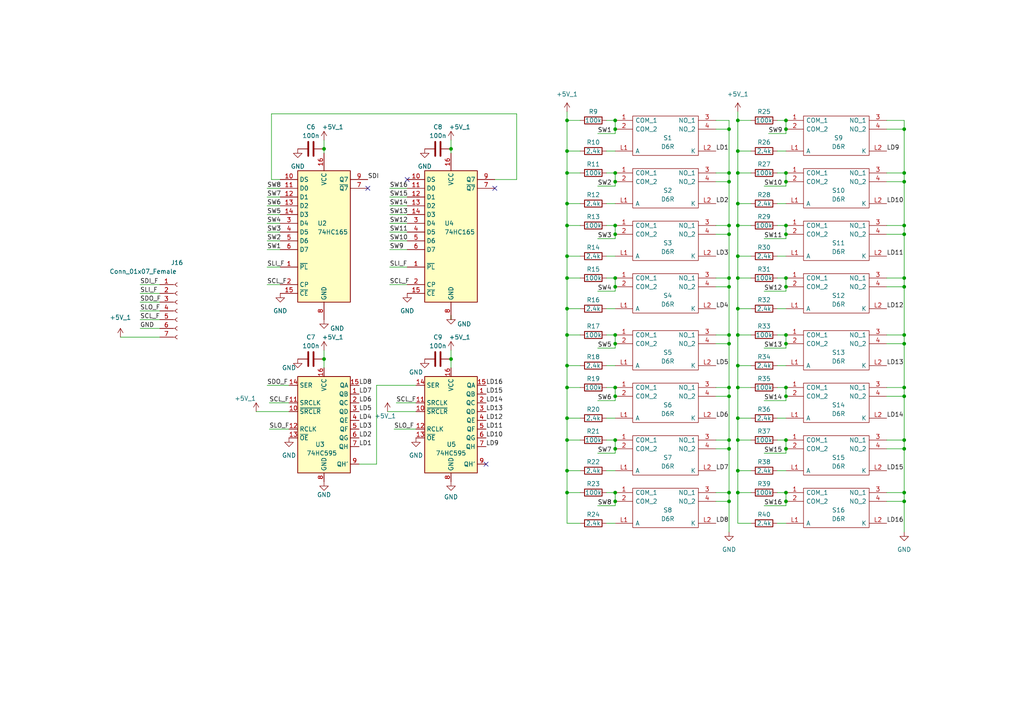
<source format=kicad_sch>
(kicad_sch (version 20211123) (generator eeschema)
  (paper "A4")
  (junction (at 227.965 83.185))
  (junction (at 211.455 99.695))
  (junction (at 480.695 48.895))
  (junction (at 365.76 144.145))
  (junction (at 262.255 145.415))
  (junction (at 164.465 112.395))
  (junction (at 211.455 80.645))
  (junction (at 213.995 65.405))
  (junction (at 340.995 113.665))
  (junction (at 550.545 76.835))
  (junction (at 211.455 112.395))
  (junction (at 164.465 43.815))
  (junction (at 178.435 97.155))
  (junction (at 178.435 52.705))
  (junction (at 384.175 181.61))
  (junction (at 213.995 89.535))
  (junction (at 417.195 162.56))
  (junction (at 164.465 127.635))
  (junction (at 550.545 85.725))
  (junction (at 227.965 65.405))
  (junction (at 164.465 89.535))
  (junction (at 535.305 66.675))
  (junction (at 550.545 43.815))
  (junction (at 338.455 181.61))
  (junction (at 568.325 36.195))
  (junction (at 178.435 34.925))
  (junction (at 394.335 162.56))
  (junction (at 211.455 65.405))
  (junction (at 178.435 83.185))
  (junction (at 645.795 46.99))
  (junction (at 338.455 162.56))
  (junction (at 227.965 114.935))
  (junction (at 178.435 114.935))
  (junction (at 213.995 34.925))
  (junction (at 164.465 142.875))
  (junction (at 227.965 37.465))
  (junction (at 323.215 57.785))
  (junction (at 227.965 97.155))
  (junction (at 178.435 80.645))
  (junction (at 164.465 74.295))
  (junction (at 164.465 65.405))
  (junction (at 382.905 88.265))
  (junction (at 262.255 112.395))
  (junction (at 164.465 59.055))
  (junction (at 611.505 25.4))
  (junction (at 323.215 113.665))
  (junction (at 164.465 97.155))
  (junction (at 213.995 80.645))
  (junction (at 339.725 31.115))
  (junction (at 213.995 43.815))
  (junction (at 590.55 116.84))
  (junction (at 227.965 80.645))
  (junction (at 262.255 127.635))
  (junction (at 178.435 65.405))
  (junction (at 262.255 99.695))
  (junction (at 178.435 37.465))
  (junction (at 262.255 65.405))
  (junction (at 227.965 50.165))
  (junction (at 393.065 60.325))
  (junction (at 568.325 69.215))
  (junction (at 645.795 54.61))
  (junction (at 130.81 104.14))
  (junction (at 384.175 144.145))
  (junction (at 178.435 112.395))
  (junction (at 211.455 50.165))
  (junction (at 262.255 97.155))
  (junction (at 213.995 112.395))
  (junction (at 449.58 142.24))
  (junction (at 355.6 162.56))
  (junction (at 164.465 121.285))
  (junction (at 211.455 130.175))
  (junction (at 361.315 113.665))
  (junction (at 262.255 50.165))
  (junction (at 394.335 144.145))
  (junction (at 178.435 67.945))
  (junction (at 433.705 33.655))
  (junction (at 178.435 142.875))
  (junction (at 178.435 127.635))
  (junction (at 541.655 154.94))
  (junction (at 213.995 106.045))
  (junction (at 321.945 31.115))
  (junction (at 213.995 59.055))
  (junction (at 394.335 88.265))
  (junction (at 322.58 181.61))
  (junction (at 434.34 102.235))
  (junction (at 530.225 163.195))
  (junction (at 227.965 99.695))
  (junction (at 213.995 121.285))
  (junction (at 534.035 33.655))
  (junction (at 530.225 173.355))
  (junction (at 394.335 116.205))
  (junction (at 164.465 50.165))
  (junction (at 164.465 80.645))
  (junction (at 227.965 145.415))
  (junction (at 211.455 83.185))
  (junction (at 661.035 54.61))
  (junction (at 211.455 127.635))
  (junction (at 227.965 142.875))
  (junction (at 648.335 74.93))
  (junction (at 262.255 67.945))
  (junction (at 340.995 57.785))
  (junction (at 322.58 144.145))
  (junction (at 479.425 107.315))
  (junction (at 762 151.765))
  (junction (at 382.905 116.205))
  (junction (at 435.61 132.08))
  (junction (at 262.255 130.175))
  (junction (at 433.705 66.675))
  (junction (at 518.795 182.245))
  (junction (at 608.965 25.4))
  (junction (at 227.965 52.705))
  (junction (at 323.215 85.725))
  (junction (at 340.995 85.725))
  (junction (at 227.965 130.175))
  (junction (at 578.485 69.215))
  (junction (at 391.795 33.655))
  (junction (at 530.225 154.94))
  (junction (at 262.255 37.465))
  (junction (at 211.455 142.875))
  (junction (at 211.455 52.705))
  (junction (at 213.995 127.635))
  (junction (at 211.455 145.415))
  (junction (at 338.455 144.145))
  (junction (at 330.835 181.61))
  (junction (at 480.695 133.985))
  (junction (at 178.435 130.175))
  (junction (at 355.6 181.61))
  (junction (at 164.465 34.925))
  (junction (at 262.255 52.705))
  (junction (at 550.545 52.705))
  (junction (at 355.6 144.145))
  (junction (at 360.045 31.115))
  (junction (at 211.455 114.935))
  (junction (at 93.98 43.18))
  (junction (at 497.205 69.215))
  (junction (at 441.96 168.275))
  (junction (at 178.435 145.415))
  (junction (at 454.025 33.655))
  (junction (at 481.965 80.645))
  (junction (at 495.935 131.445))
  (junction (at 211.455 37.465))
  (junction (at 346.71 181.61))
  (junction (at 213.995 142.875))
  (junction (at 514.985 66.675))
  (junction (at 380.365 33.655))
  (junction (at 361.315 85.725))
  (junction (at 322.58 162.56))
  (junction (at 448.31 112.395))
  (junction (at 213.995 74.295))
  (junction (at 578.485 36.195))
  (junction (at 330.835 144.145))
  (junction (at 640.715 74.93))
  (junction (at 213.995 97.155))
  (junction (at 262.255 83.185))
  (junction (at 454.025 66.675))
  (junction (at 262.255 142.875))
  (junction (at 381.635 60.325))
  (junction (at 361.315 57.785))
  (junction (at 513.715 33.655))
  (junction (at 262.255 114.935))
  (junction (at 213.995 50.165))
  (junction (at 474.98 168.275))
  (junction (at 227.965 34.925))
  (junction (at 178.435 99.695))
  (junction (at 178.435 50.165))
  (junction (at 211.455 67.945))
  (junction (at 394.335 181.61))
  (junction (at 346.71 144.145))
  (junction (at 164.465 136.525))
  (junction (at 130.81 43.18))
  (junction (at 227.965 127.635))
  (junction (at 211.455 97.155))
  (junction (at 213.995 136.525))
  (junction (at 494.665 104.775))
  (junction (at 93.98 104.14))
  (junction (at 365.76 181.61))
  (junction (at 227.965 112.395))
  (junction (at 262.255 80.645))
  (junction (at 648.335 67.31))
  (junction (at 495.935 36.195))
  (junction (at 164.465 106.045))
  (junction (at 227.965 67.945))
  (junction (at 384.175 162.56))
  (no_connect (at 713.74 147.32))
  (no_connect (at 740.41 147.32))
  (no_connect (at 713.74 128.905))
  (no_connect (at 740.41 130.81))
  (no_connect (at 713.74 113.03))
  (no_connect (at 740.41 114.3))
  (no_connect (at 767.08 95.885))
  (no_connect (at 767.08 116.205))
  (no_connect (at 593.725 36.83))
  (no_connect (at 143.51 54.61))
  (no_connect (at 118.11 52.07))
  (no_connect (at 106.68 54.61))
  (no_connect (at 140.97 134.62))
  (no_connect (at 517.525 161.29))
  (no_connect (at 497.205 163.83))
  (no_connect (at 517.525 171.45))
  (no_connect (at 517.525 166.37))
  (wire (pts (xy 113.03 54.61) (xy 118.11 54.61)))
  (wire (pts (xy 257.175 127.635) (xy 262.255 127.635)))
  (wire (pts (xy 225.425 106.045) (xy 227.965 106.045)))
  (wire (pts (xy 624.205 85.09) (xy 626.745 85.09)))
  (wire (pts (xy 563.245 85.725) (xy 578.485 85.725)))
  (wire (pts (xy 550.545 76.835) (xy 560.705 76.835)))
  (wire (pts (xy 441.96 168.275) (xy 450.215 168.275)))
  (wire (pts (xy 213.995 112.395) (xy 217.805 112.395)))
  (wire (pts (xy 541.655 173.355) (xy 530.225 173.355)))
  (wire (pts (xy 207.645 83.185) (xy 211.455 83.185)))
  (wire (pts (xy 225.425 74.295) (xy 227.965 74.295)))
  (wire (pts (xy 164.465 142.875) (xy 164.465 151.765)))
  (wire (pts (xy 589.915 127) (xy 593.725 127)))
  (wire (pts (xy 737.235 69.215) (xy 751.205 69.215)))
  (wire (pts (xy 590.55 116.205) (xy 590.55 116.84)))
  (wire (pts (xy 480.695 141.605) (xy 480.695 133.985)))
  (wire (pts (xy 624.205 59.69) (xy 626.745 59.69)))
  (wire (pts (xy 589.915 129.54) (xy 593.725 129.54)))
  (wire (pts (xy 113.03 67.31) (xy 118.11 67.31)))
  (wire (pts (xy 40.64 90.17) (xy 46.355 90.17)))
  (wire (pts (xy 624.205 54.61) (xy 645.795 54.61)))
  (wire (pts (xy 227.965 127.635) (xy 227.965 130.175)))
  (wire (pts (xy 34.925 97.79) (xy 46.355 97.79)))
  (wire (pts (xy 211.455 130.175) (xy 211.455 127.635)))
  (wire (pts (xy 441.96 168.275) (xy 441.96 170.815)))
  (wire (pts (xy 262.255 154.305) (xy 262.255 145.415)))
  (wire (pts (xy 213.995 74.295) (xy 213.995 80.645)))
  (wire (pts (xy 367.665 118.745) (xy 367.665 123.825)))
  (wire (pts (xy 523.24 173.355) (xy 530.225 173.355)))
  (wire (pts (xy 164.465 43.815) (xy 164.465 50.165)))
  (wire (pts (xy 227.965 112.395) (xy 227.965 114.935)))
  (wire (pts (xy 550.545 52.705) (xy 555.625 52.705)))
  (wire (pts (xy 521.97 158.75) (xy 521.97 154.94)))
  (wire (pts (xy 338.455 144.145) (xy 338.455 146.05)))
  (wire (pts (xy 213.995 121.285) (xy 217.805 121.285)))
  (wire (pts (xy 314.325 85.725) (xy 323.215 85.725)))
  (wire (pts (xy 517.525 158.75) (xy 521.97 158.75)))
  (wire (pts (xy 465.455 168.275) (xy 474.98 168.275)))
  (wire (pts (xy 114.3 124.46) (xy 120.65 124.46)))
  (wire (pts (xy 624.205 95.25) (xy 628.015 95.25)))
  (wire (pts (xy 227.965 53.975) (xy 227.965 52.705)))
  (wire (pts (xy 534.035 163.195) (xy 530.225 163.195)))
  (wire (pts (xy 545.465 106.045) (xy 545.465 104.775)))
  (wire (pts (xy 221.615 100.965) (xy 227.965 100.965)))
  (wire (pts (xy 560.07 127.635) (xy 568.325 127.635)))
  (wire (pts (xy 645.795 46.99) (xy 653.415 46.99)))
  (wire (pts (xy 553.72 154.94) (xy 541.655 154.94)))
  (wire (pts (xy 225.425 151.765) (xy 227.965 151.765)))
  (wire (pts (xy 490.22 158.75) (xy 490.22 158.115)))
  (wire (pts (xy 175.895 121.285) (xy 178.435 121.285)))
  (wire (pts (xy 338.455 179.705) (xy 338.455 181.61)))
  (wire (pts (xy 164.465 74.295) (xy 168.275 74.295)))
  (wire (pts (xy 497.205 80.645) (xy 497.205 69.215)))
  (wire (pts (xy 40.64 95.25) (xy 46.355 95.25)))
  (wire (pts (xy 469.265 48.895) (xy 471.805 48.895)))
  (wire (pts (xy 78.74 33.02) (xy 149.86 33.02)))
  (wire (pts (xy 768.35 147.32) (xy 768.35 151.765)))
  (wire (pts (xy 762 151.765) (xy 768.35 151.765)))
  (wire (pts (xy 494.665 114.935) (xy 494.665 104.775)))
  (wire (pts (xy 178.435 84.455) (xy 178.435 83.185)))
  (wire (pts (xy 77.47 62.23) (xy 81.28 62.23)))
  (wire (pts (xy 313.055 31.115) (xy 321.945 31.115)))
  (wire (pts (xy 322.58 162.56) (xy 322.58 172.085)))
  (wire (pts (xy 164.465 50.165) (xy 164.465 59.055)))
  (wire (pts (xy 355.6 181.61) (xy 365.76 181.61)))
  (wire (pts (xy 494.665 104.775) (xy 498.475 104.775)))
  (wire (pts (xy 213.995 34.925) (xy 217.805 34.925)))
  (wire (pts (xy 497.205 158.75) (xy 490.22 158.75)))
  (wire (pts (xy 624.205 39.37) (xy 634.365 39.37)))
  (wire (pts (xy 213.995 142.875) (xy 217.805 142.875)))
  (wire (pts (xy 768.35 137.16) (xy 768.35 139.7)))
  (wire (pts (xy 481.965 71.755) (xy 481.965 80.645)))
  (wire (pts (xy 93.98 40.64) (xy 93.98 43.18)))
  (wire (pts (xy 624.205 64.77) (xy 626.745 64.77)))
  (wire (pts (xy 178.435 112.395) (xy 178.435 114.935)))
  (wire (pts (xy 641.985 52.07) (xy 641.985 46.99)))
  (wire (pts (xy 624.205 62.23) (xy 626.745 62.23)))
  (wire (pts (xy 355.6 162.56) (xy 355.6 172.085)))
  (wire (pts (xy 213.995 80.645) (xy 217.805 80.645)))
  (wire (pts (xy 435.61 142.24) (xy 449.58 142.24)))
  (wire (pts (xy 213.995 74.295) (xy 217.805 74.295)))
  (wire (pts (xy 40.64 85.09) (xy 46.355 85.09)))
  (wire (pts (xy 434.34 102.235) (xy 440.69 102.235)))
  (wire (pts (xy 339.725 31.115) (xy 346.075 31.115)))
  (wire (pts (xy 178.435 34.925) (xy 178.435 37.465)))
  (wire (pts (xy 740.41 109.22) (xy 742.315 109.22)))
  (wire (pts (xy 640.715 74.93) (xy 648.335 74.93)))
  (wire (pts (xy 164.465 97.155) (xy 164.465 106.045)))
  (wire (pts (xy 417.195 144.145) (xy 394.335 144.145)))
  (wire (pts (xy 513.715 33.655) (xy 520.065 33.655)))
  (wire (pts (xy 550.545 43.815) (xy 560.705 43.815)))
  (wire (pts (xy 346.71 170.18) (xy 346.71 181.61)))
  (wire (pts (xy 178.435 53.975) (xy 178.435 52.705)))
  (wire (pts (xy 164.465 142.875) (xy 168.275 142.875)))
  (wire (pts (xy 361.315 85.725) (xy 367.665 85.725)))
  (wire (pts (xy 77.47 59.69) (xy 81.28 59.69)))
  (wire (pts (xy 77.47 111.76) (xy 83.82 111.76)))
  (wire (pts (xy 334.645 85.725) (xy 340.995 85.725)))
  (wire (pts (xy 508.635 66.675) (xy 514.985 66.675)))
  (wire (pts (xy 173.355 131.445) (xy 178.435 131.445)))
  (wire (pts (xy 211.455 114.935) (xy 211.455 112.395)))
  (wire (pts (xy 433.705 33.655) (xy 440.055 33.655)))
  (wire (pts (xy 637.54 121.92) (xy 644.525 121.92)))
  (wire (pts (xy 353.695 31.115) (xy 360.045 31.115)))
  (wire (pts (xy 225.425 34.925) (xy 227.965 34.925)))
  (wire (pts (xy 447.675 66.675) (xy 454.025 66.675)))
  (wire (pts (xy 568.325 43.815) (xy 568.325 36.195)))
  (wire (pts (xy 384.175 181.61) (xy 394.335 181.61)))
  (wire (pts (xy 365.76 170.18) (xy 365.76 181.61)))
  (wire (pts (xy 178.435 65.405) (xy 178.435 67.945)))
  (wire (pts (xy 334.645 113.665) (xy 340.995 113.665)))
  (wire (pts (xy 164.465 112.395) (xy 168.275 112.395)))
  (wire (pts (xy 213.995 97.155) (xy 217.805 97.155)))
  (wire (pts (xy 541.655 165.1) (xy 541.655 173.355)))
  (wire (pts (xy 740.41 125.73) (xy 742.315 125.73)))
  (wire (pts (xy 318.135 162.56) (xy 322.58 162.56)))
  (wire (pts (xy 175.895 34.925) (xy 178.435 34.925)))
  (wire (pts (xy 227.965 50.165) (xy 227.965 52.705)))
  (wire (pts (xy 164.465 127.635) (xy 168.275 127.635)))
  (wire (pts (xy 164.465 80.645) (xy 164.465 89.535)))
  (wire (pts (xy 257.175 142.875) (xy 262.255 142.875)))
  (wire (pts (xy 225.425 80.645) (xy 227.965 80.645)))
  (wire (pts (xy 227.965 131.445) (xy 227.965 130.175)))
  (wire (pts (xy 164.465 136.525) (xy 164.465 142.875)))
  (wire (pts (xy 225.425 142.875) (xy 227.965 142.875)))
  (wire (pts (xy 323.215 113.665) (xy 327.025 113.665)))
  (wire (pts (xy 618.49 124.46) (xy 624.84 124.46)))
  (wire (pts (xy 227.965 84.455) (xy 227.965 83.185)))
  (wire (pts (xy 495.935 48.895) (xy 495.935 36.195)))
  (wire (pts (xy 211.455 145.415) (xy 211.455 142.875)))
  (wire (pts (xy 173.355 116.205) (xy 178.435 116.205)))
  (wire (pts (xy 207.645 80.645) (xy 211.455 80.645)))
  (wire (pts (xy 178.435 38.735) (xy 178.435 37.465)))
  (wire (pts (xy 211.455 83.185) (xy 211.455 80.645)))
  (wire (pts (xy 384.175 181.61) (xy 384.175 179.07)))
  (wire (pts (xy 77.47 67.31) (xy 81.28 67.31)))
  (wire (pts (xy 213.995 97.155) (xy 213.995 106.045)))
  (wire (pts (xy 262.255 34.925) (xy 257.175 34.925)))
  (wire (pts (xy 637.54 127) (xy 644.525 127)))
  (wire (pts (xy 737.235 59.055) (xy 751.205 59.055)))
  (wire (pts (xy 113.03 69.85) (xy 118.11 69.85)))
  (wire (pts (xy 641.985 46.99) (xy 645.795 46.99)))
  (wire (pts (xy 211.455 37.465) (xy 211.455 34.925)))
  (wire (pts (xy 112.395 119.38) (xy 120.65 119.38)))
  (wire (pts (xy 207.645 130.175) (xy 211.455 130.175)))
  (wire (pts (xy 382.905 95.885) (xy 382.905 88.265)))
  (wire (pts (xy 590.55 116.84) (xy 590.55 119.38)))
  (wire (pts (xy 737.235 74.295) (xy 751.205 74.295)))
  (wire (pts (xy 421.64 162.56) (xy 417.195 162.56)))
  (wire (pts (xy 541.655 154.94) (xy 530.225 154.94)))
  (wire (pts (xy 225.425 43.815) (xy 227.965 43.815)))
  (wire (pts (xy 338.455 181.61) (xy 330.835 181.61)))
  (wire (pts (xy 175.895 74.295) (xy 178.435 74.295)))
  (wire (pts (xy 175.895 97.155) (xy 178.435 97.155)))
  (wire (pts (xy 490.855 114.935) (xy 494.665 114.935)))
  (wire (pts (xy 211.455 142.875) (xy 211.455 130.175)))
  (wire (pts (xy 624.205 41.91) (xy 634.365 41.91)))
  (wire (pts (xy 211.455 80.645) (xy 211.455 67.945)))
  (wire (pts (xy 476.885 107.315) (xy 479.425 107.315)))
  (wire (pts (xy 227.965 69.215) (xy 227.965 67.945)))
  (wire (pts (xy 550.545 76.835) (xy 550.545 85.725)))
  (wire (pts (xy 164.465 43.815) (xy 168.275 43.815)))
  (wire (pts (xy 767.08 111.125) (xy 768.985 111.125)))
  (wire (pts (xy 164.465 32.385) (xy 164.465 34.925)))
  (wire (pts (xy 130.81 92.71) (xy 130.81 91.44)))
  (wire (pts (xy 394.335 88.265) (xy 398.145 88.265)))
  (wire (pts (xy 164.465 89.535) (xy 164.465 97.155)))
  (wire (pts (xy 355.6 153.67) (xy 355.6 162.56)))
  (wire (pts (xy 178.435 131.445) (xy 178.435 130.175)))
  (wire (pts (xy 318.135 144.145) (xy 322.58 144.145)))
  (wire (pts (xy 624.205 46.99) (xy 634.365 46.99)))
  (wire (pts (xy 330.835 181.61) (xy 330.835 170.18)))
  (wire (pts (xy 225.425 112.395) (xy 227.965 112.395)))
  (wire (pts (xy 578.485 52.705) (xy 578.485 36.195)))
  (wire (pts (xy 227.965 38.735) (xy 227.965 37.465)))
  (wire (pts (xy 78.74 52.07) (xy 78.74 33.02)))
  (wire (pts (xy 584.2 121.92) (xy 593.725 121.92)))
  (wire (pts (xy 495.935 33.655) (xy 495.935 36.195)))
  (wire (pts (xy 534.035 33.655) (xy 550.545 33.655)))
  (wire (pts (xy 635.635 92.71) (xy 639.445 92.71)))
  (wire (pts (xy 427.355 66.675) (xy 433.705 66.675)))
  (wire (pts (xy 227.965 146.685) (xy 227.965 145.415)))
  (wire (pts (xy 495.935 141.605) (xy 495.935 131.445)))
  (wire (pts (xy 448.31 112.395) (xy 448.31 107.315)))
  (wire (pts (xy 624.205 74.93) (xy 640.715 74.93)))
  (wire (pts (xy 577.85 129.54) (xy 582.295 129.54)))
  (wire (pts (xy 391.795 33.655) (xy 396.875 33.655)))
  (wire (pts (xy 648.335 74.93) (xy 652.145 74.93)))
  (wire (pts (xy 354.965 113.665) (xy 361.315 113.665)))
  (wire (pts (xy 227.965 80.645) (xy 227.965 83.185)))
  (wire (pts (xy 480.695 48.895) (xy 485.775 48.895)))
  (wire (pts (xy 737.235 51.435) (xy 751.205 51.435)))
  (wire (pts (xy 113.03 77.47) (xy 118.11 77.47)))
  (wire (pts (xy 434.34 102.235) (xy 434.34 104.775)))
  (wire (pts (xy 225.425 121.285) (xy 227.965 121.285)))
  (wire (pts (xy 213.995 127.635) (xy 217.805 127.635)))
  (wire (pts (xy 550.545 38.735) (xy 550.545 43.815)))
  (wire (pts (xy 648.335 64.77) (xy 648.335 67.31)))
  (wire (pts (xy 393.065 60.325) (xy 398.145 60.325)))
  (wire (pts (xy 624.205 49.53) (xy 634.365 49.53)))
  (wire (pts (xy 221.615 146.685) (xy 227.965 146.685)))
  (wire (pts (xy 535.305 66.675) (xy 550.545 66.675)))
  (wire (pts (xy 565.785 69.215) (xy 568.325 69.215)))
  (wire (pts (xy 338.455 162.56) (xy 355.6 162.56)))
  (wire (pts (xy 211.455 34.925) (xy 207.645 34.925)))
  (wire (pts (xy 474.98 168.275) (xy 474.98 170.815)))
  (wire (pts (xy 227.965 100.965) (xy 227.965 99.695)))
  (wire (pts (xy 431.8 132.08) (xy 435.61 132.08)))
  (wire (pts (xy 207.645 37.465) (xy 211.455 37.465)))
  (wire (pts (xy 130.81 43.18) (xy 130.81 44.45)))
  (wire (pts (xy 168.275 106.045) (xy 164.465 106.045)))
  (wire (pts (xy 330.835 144.145) (xy 338.455 144.145)))
  (wire (pts (xy 130.81 104.14) (xy 130.81 106.68)))
  (wire (pts (xy 262.255 97.155) (xy 262.255 83.185)))
  (wire (pts (xy 624.205 92.71) (xy 628.015 92.71)))
  (wire (pts (xy 361.315 113.665) (xy 367.665 113.665)))
  (wire (pts (xy 213.995 43.815) (xy 213.995 50.165)))
  (wire (pts (xy 322.58 179.705) (xy 322.58 181.61)))
  (wire (pts (xy 492.125 141.605) (xy 495.935 141.605)))
  (wire (pts (xy 367.665 90.805) (xy 367.665 95.885)))
  (wire (pts (xy 225.425 136.525) (xy 227.965 136.525)))
  (wire (pts (xy 227.965 116.205) (xy 227.965 114.935)))
  (wire (pts (xy 314.325 113.665) (xy 323.215 113.665)))
  (wire (pts (xy 454.025 33.655) (xy 480.695 33.655)))
  (wire (pts (xy 207.645 99.695) (xy 211.455 99.695)))
  (wire (pts (xy 430.53 102.235) (xy 434.34 102.235)))
  (wire (pts (xy 173.355 146.685) (xy 178.435 146.685)))
  (wire (pts (xy 77.47 77.47) (xy 81.28 77.47)))
  (wire (pts (xy 340.995 85.725) (xy 347.345 85.725)))
  (wire (pts (xy 590.55 116.84) (xy 593.725 116.84)))
  (wire (pts (xy 323.215 57.785) (xy 327.025 57.785)))
  (wire (pts (xy 164.465 59.055) (xy 168.275 59.055)))
  (wire (pts (xy 412.115 66.675) (xy 419.735 66.675)))
  (wire (pts (xy 578.485 85.725) (xy 578.485 69.215)))
  (wire (pts (xy 737.235 66.675) (xy 751.205 66.675)))
  (wire (pts (xy 563.245 52.705) (xy 578.485 52.705)))
  (wire (pts (xy 213.995 136.525) (xy 213.995 142.875)))
  (wire (pts (xy 384.175 162.56) (xy 394.335 162.56)))
  (wire (pts (xy 471.805 128.905) (xy 480.695 128.905)))
  (wire (pts (xy 130.81 101.6) (xy 130.81 104.14)))
  (wire (pts (xy 568.325 76.835) (xy 568.325 69.215)))
  (wire (pts (xy 338.455 153.67) (xy 338.455 162.56)))
  (wire (pts (xy 624.205 80.01) (xy 626.745 80.01)))
  (wire (pts (xy 611.505 25.4) (xy 611.505 29.21)))
  (wire (pts (xy 213.995 34.925) (xy 213.995 43.815)))
  (wire (pts (xy 497.205 66.675) (xy 501.015 66.675)))
  (wire (pts (xy 355.6 144.145) (xy 346.71 144.145)))
  (wire (pts (xy 74.295 119.38) (xy 83.82 119.38)))
  (wire (pts (xy 164.465 89.535) (xy 168.275 89.535)))
  (wire (pts (xy 207.645 65.405) (xy 211.455 65.405)))
  (wire (pts (xy 175.895 127.635) (xy 178.435 127.635)))
  (wire (pts (xy 113.03 72.39) (xy 118.11 72.39)))
  (wire (pts (xy 380.365 42.545) (xy 380.365 33.655)))
  (wire (pts (xy 624.205 69.85) (xy 626.745 69.85)))
  (wire (pts (xy 207.645 142.875) (xy 211.455 142.875)))
  (wire (pts (xy 173.355 38.735) (xy 178.435 38.735)))
  (wire (pts (xy 175.895 136.525) (xy 178.435 136.525)))
  (wire (pts (xy 225.425 50.165) (xy 227.965 50.165)))
  (wire (pts (xy 164.465 80.645) (xy 168.275 80.645)))
  (wire (pts (xy 608.965 25.4) (xy 608.965 29.21)))
  (wire (pts (xy 367.665 123.825) (xy 382.905 123.825)))
  (wire (pts (xy 367.665 95.885) (xy 382.905 95.885)))
  (wire (pts (xy 433.705 66.675) (xy 440.055 66.675)))
  (wire (pts (xy 361.315 57.785) (xy 366.395 57.785)))
  (wire (pts (xy 517.525 168.91) (xy 523.24 168.91)))
  (wire (pts (xy 542.925 81.915) (xy 542.925 85.725)))
  (wire (pts (xy 608.965 17.78) (xy 608.965 25.4)))
  (wire (pts (xy 164.465 65.405) (xy 164.465 74.295)))
  (wire (pts (xy 382.905 123.825) (xy 382.905 116.205)))
  (wire (pts (xy 227.965 97.155) (xy 227.965 99.695)))
  (wire (pts (xy 389.255 60.325) (xy 393.065 60.325)))
  (wire (pts (xy 257.175 145.415) (xy 262.255 145.415)))
  (wire (pts (xy 514.985 66.675) (xy 521.335 66.675)))
  (wire (pts (xy 355.6 144.145) (xy 355.6 146.05)))
  (wire (pts (xy 225.425 97.155) (xy 227.965 97.155)))
  (wire (pts (xy 225.425 59.055) (xy 227.965 59.055)))
  (wire (pts (xy 77.47 82.55) (xy 81.28 82.55)))
  (wire (pts (xy 164.465 34.925) (xy 168.275 34.925)))
  (wire (pts (xy 624.205 44.45) (xy 634.365 44.45)))
  (wire (pts (xy 624.205 72.39) (xy 626.745 72.39)))
  (wire (pts (xy 360.045 31.115) (xy 365.125 31.115)))
  (wire (pts (xy 257.175 65.405) (xy 262.255 65.405)))
  (wire (pts (xy 448.31 94.615) (xy 448.31 97.155)))
  (wire (pts (xy 553.72 157.48) (xy 553.72 154.94)))
  (wire (pts (xy 346.71 181.61) (xy 355.6 181.61)))
  (wire (pts (xy 416.56 102.235) (xy 422.91 102.235)))
  (wire (pts (xy 257.175 112.395) (xy 262.255 112.395)))
  (wire (pts (xy 449.58 142.24) (xy 449.58 137.16)))
  (wire (pts (xy 322.58 162.56) (xy 322.58 153.67)))
  (wire (pts (xy 213.995 65.405) (xy 213.995 74.295)))
  (wire (pts (xy 213.995 59.055) (xy 217.805 59.055)))
  (wire (pts (xy 624.205 87.63) (xy 626.745 87.63)))
  (wire (pts (xy 221.615 131.445) (xy 227.965 131.445)))
  (wire (pts (xy 340.995 57.785) (xy 347.345 57.785)))
  (wire (pts (xy 173.355 53.975) (xy 178.435 53.975)))
  (wire (pts (xy 624.205 97.79) (xy 628.015 97.79)))
  (wire (pts (xy 384.175 171.45) (xy 384.175 162.56)))
  (wire (pts (xy 178.435 116.205) (xy 178.435 114.935)))
  (wire (pts (xy 755.65 137.16) (xy 755.65 139.7)))
  (wire (pts (xy 355.6 162.56) (xy 384.175 162.56)))
  (wire (pts (xy 213.995 89.535) (xy 217.805 89.535)))
  (wire (pts (xy 262.255 142.875) (xy 262.255 130.175)))
  (wire (pts (xy 590.55 119.38) (xy 593.725 119.38)))
  (wire (pts (xy 737.235 71.755) (xy 751.205 71.755)))
  (wire (pts (xy 178.435 80.645) (xy 178.435 83.185)))
  (wire (pts (xy 394.335 160.02) (xy 394.335 162.56)))
  (wire (pts (xy 262.255 127.635) (xy 262.255 114.935)))
  (wire (pts (xy 77.47 72.39) (xy 81.28 72.39)))
  (wire (pts (xy 262.255 112.395) (xy 262.255 99.695)))
  (wire (pts (xy 624.205 82.55) (xy 626.745 82.55)))
  (wire (pts (xy 417.83 132.08) (xy 424.18 132.08)))
  (wire (pts (xy 113.03 82.55) (xy 118.11 82.55)))
  (wire (pts (xy 528.955 66.675) (xy 535.305 66.675)))
  (wire (pts (xy 217.805 106.045) (xy 213.995 106.045)))
  (wire (pts (xy 93.98 43.18) (xy 93.98 44.45)))
  (wire (pts (xy 661.035 54.61) (xy 661.035 61.595)))
  (wire (pts (xy 737.235 64.135) (xy 751.205 64.135)))
  (wire (pts (xy 481.965 80.645) (xy 487.045 80.645)))
  (wire (pts (xy 78.105 124.46) (xy 83.82 124.46)))
  (wire (pts (xy 257.175 37.465) (xy 262.255 37.465)))
  (wire (pts (xy 113.03 62.23) (xy 118.11 62.23)))
  (wire (pts (xy 149.86 33.02) (xy 149.86 52.07)))
  (wire (pts (xy 737.235 61.595) (xy 751.205 61.595)))
  (wire (pts (xy 257.175 99.695) (xy 262.255 99.695)))
  (wire (pts (xy 435.61 132.08) (xy 435.61 134.62)))
  (wire (pts (xy 624.205 52.07) (xy 641.985 52.07)))
  (wire (pts (xy 530.225 173.355) (xy 530.225 174.625)))
  (wire (pts (xy 211.455 97.155) (xy 211.455 83.185)))
  (wire (pts (xy 40.64 92.71) (xy 46.355 92.71)))
  (wire (pts (xy 207.645 52.705) (xy 211.455 52.705)))
  (wire (pts (xy 530.225 162.56) (xy 530.225 163.195)))
  (wire (pts (xy 340.995 113.665) (xy 347.345 113.665)))
  (wire (pts (xy 221.615 84.455) (xy 227.965 84.455)))
  (wire (pts (xy 394.335 144.145) (xy 384.175 144.145)))
  (wire (pts (xy 211.455 52.705) (xy 211.455 50.165)))
  (wire (pts (xy 262.255 99.695) (xy 262.255 97.155)))
  (wire (pts (xy 550.545 43.815) (xy 550.545 52.705)))
  (wire (pts (xy 40.64 82.55) (xy 46.355 82.55)))
  (wire (pts (xy 518.795 182.245) (xy 507.365 182.245)))
  (wire (pts (xy 534.035 158.75) (xy 534.035 163.195)))
  (wire (pts (xy 330.835 144.145) (xy 330.835 154.94)))
  (wire (pts (xy 635.635 97.79) (xy 639.445 97.79)))
  (wire (pts (xy 377.19 181.61) (xy 384.175 181.61)))
  (wire (pts (xy 222.885 38.735) (xy 227.965 38.735)))
  (wire (pts (xy 545.465 133.985) (xy 545.465 134.62)))
  (wire (pts (xy 164.465 121.285) (xy 168.275 121.285)))
  (wire (pts (xy 211.455 154.305) (xy 211.455 145.415)))
  (wire (pts (xy 713.74 90.805) (xy 716.28 90.805)))
  (wire (pts (xy 507.365 182.245) (xy 507.365 179.07)))
  (wire (pts (xy 767.08 90.805) (xy 768.985 90.805)))
  (wire (pts (xy 213.995 65.405) (xy 217.805 65.405)))
  (wire (pts (xy 175.895 80.645) (xy 178.435 80.645)))
  (wire (pts (xy 164.465 34.925) (xy 164.465 43.815)))
  (wire (pts (xy 480.695 80.645) (xy 481.965 80.645)))
  (wire (pts (xy 713.74 107.95) (xy 715.645 107.95)))
  (wire (pts (xy 213.995 136.525) (xy 217.805 136.525)))
  (wire (pts (xy 77.47 54.61) (xy 81.28 54.61)))
  (wire (pts (xy 467.995 133.985) (xy 470.535 133.985)))
  (wire (pts (xy 262.255 145.415) (xy 262.255 142.875)))
  (wire (pts (xy 618.49 127) (xy 624.84 127)))
  (wire (pts (xy 262.255 130.175) (xy 262.255 127.635)))
  (wire (pts (xy 737.235 46.355) (xy 751.205 46.355)))
  (wire (pts (xy 589.915 124.46) (xy 593.725 124.46)))
  (wire (pts (xy 164.465 136.525) (xy 168.275 136.525)))
  (wire (pts (xy 457.835 175.895) (xy 457.835 178.435)))
  (wire (pts (xy 394.335 144.145) (xy 394.335 157.48)))
  (wire (pts (xy 314.325 57.785) (xy 323.215 57.785)))
  (wire (pts (xy 568.325 69.215) (xy 570.865 69.215)))
  (wire (pts (xy 333.375 31.115) (xy 339.725 31.115)))
  (wire (pts (xy 257.175 83.185) (xy 262.255 83.185)))
  (wire (pts (xy 211.455 67.945) (xy 211.455 65.405)))
  (wire (pts (xy 78.105 116.84) (xy 83.82 116.84)))
  (wire (pts (xy 346.71 144.145) (xy 338.455 144.145)))
  (wire (pts (xy 213.995 151.765) (xy 217.805 151.765)))
  (wire (pts (xy 390.525 116.205) (xy 394.335 116.205)))
  (wire (pts (xy 175.895 65.405) (xy 178.435 65.405)))
  (wire (pts (xy 737.235 53.975) (xy 751.205 53.975)))
  (wire (pts (xy 175.895 50.165) (xy 178.435 50.165)))
  (wire (pts (xy 257.175 97.155) (xy 262.255 97.155)))
  (wire (pts (xy 178.435 127.635) (xy 178.435 130.175)))
  (wire (pts (xy 77.47 69.85) (xy 81.28 69.85)))
  (wire (pts (xy 523.24 168.91) (xy 523.24 173.355)))
  (wire (pts (xy 213.995 112.395) (xy 213.995 121.285)))
  (wire (pts (xy 497.205 66.675) (xy 497.205 69.215)))
  (wire (pts (xy 175.895 59.055) (xy 178.435 59.055)))
  (wire (pts (xy 365.125 42.545) (xy 380.365 42.545)))
  (wire (pts (xy 257.175 114.935) (xy 262.255 114.935)))
  (wire (pts (xy 164.465 121.285) (xy 164.465 127.635)))
  (wire (pts (xy 207.645 114.935) (xy 211.455 114.935)))
  (wire (pts (xy 213.995 80.645) (xy 213.995 89.535)))
  (wire (pts (xy 755.65 151.765) (xy 762 151.765)))
  (wire (pts (xy 257.175 50.165) (xy 262.255 50.165)))
  (wire (pts (xy 484.505 141.605) (xy 480.695 141.605)))
  (wire (pts (xy 221.615 116.205) (xy 227.965 116.205)))
  (wire (pts (xy 178.435 97.155) (xy 178.435 99.695)))
  (wire (pts (xy 713.74 123.825) (xy 715.645 123.825)))
  (wire (pts (xy 478.155 133.985) (xy 480.695 133.985)))
  (wire (pts (xy 530.225 172.085) (xy 530.225 173.355)))
  (wire (pts (xy 394.335 162.56) (xy 394.335 165.1)))
  (wire (pts (xy 175.895 151.765) (xy 178.435 151.765)))
  (wire (pts (xy 618.49 121.92) (xy 624.84 121.92)))
  (wire (pts (xy 578.485 36.195) (xy 582.295 36.195)))
  (wire (pts (xy 81.28 52.07) (xy 78.74 52.07)))
  (wire (pts (xy 640.715 67.31) (xy 648.335 67.31)))
  (wire (pts (xy 624.205 90.17) (xy 628.015 90.17)))
  (wire (pts (xy 175.895 89.535) (xy 178.435 89.535)))
  (wire (pts (xy 211.455 127.635) (xy 211.455 114.935)))
  (wire (pts (xy 417.195 162.56) (xy 417.195 165.1)))
  (wire (pts (xy 435.61 132.08) (xy 441.96 132.08)))
  (wire (pts (xy 227.965 65.405) (xy 227.965 67.945)))
  (wire (pts (xy 221.615 53.975) (xy 227.965 53.975)))
  (wire (pts (xy 381.635 69.215) (xy 381.635 60.325)))
  (wire (pts (xy 417.195 167.64) (xy 417.195 181.61)))
  (wire (pts (xy 740.41 142.24) (xy 742.315 142.24)))
  (wire (pts (xy 213.995 89.535) (xy 213.995 97.155)))
  (wire (pts (xy 366.395 62.865) (xy 366.395 69.215)))
  (wire (pts (xy 213.995 32.385) (xy 213.995 34.925)))
  (wire (pts (xy 175.895 112.395) (xy 178.435 112.395)))
  (wire (pts (xy 257.175 130.175) (xy 262.255 130.175)))
  (wire (pts (xy 262.255 65.405) (xy 262.255 52.705)))
  (wire (pts (xy 434.34 112.395) (xy 448.31 112.395)))
  (wire (pts (xy 417.195 160.02) (xy 417.195 162.56)))
  (wire (pts (xy 417.195 157.48) (xy 417.195 144.145)))
  (wire (pts (xy 454.025 66.675) (xy 481.965 66.675)))
  (wire (pts (xy 447.675 33.655) (xy 454.025 33.655)))
  (wire (pts (xy 542.925 48.895) (xy 542.925 52.705)))
  (wire (pts (xy 93.98 104.14) (xy 93.98 106.68)))
  (wire (pts (xy 262.255 114.935) (xy 262.255 112.395)))
  (wire (pts (xy 262.255 83.185) (xy 262.255 80.645)))
  (wire (pts (xy 518.795 182.245) (xy 530.225 182.245)))
  (wire (pts (xy 740.41 90.805) (xy 742.315 90.805)))
  (wire (pts (xy 114.935 116.84) (xy 120.65 116.84)))
  (wire (pts (xy 531.495 106.045) (xy 545.465 106.045)))
  (wire (pts (xy 221.615 69.215) (xy 227.965 69.215)))
  (wire (pts (xy 321.945 31.115) (xy 325.755 31.115)))
  (wire (pts (xy 394.335 167.64) (xy 394.335 181.61)))
  (wire (pts (xy 480.695 38.735) (xy 480.695 48.895)))
  (wire (pts (xy 225.425 65.405) (xy 227.965 65.405)))
  (wire (pts (xy 178.435 142.875) (xy 178.435 145.415)))
  (wire (pts (xy 213.995 142.875) (xy 213.995 151.765)))
  (wire (pts (xy 225.425 89.535) (xy 227.965 89.535)))
  (wire (pts (xy 550.545 85.725) (xy 555.625 85.725)))
  (wire (pts (xy 322.58 162.56) (xy 338.455 162.56)))
  (wire (pts (xy 113.03 64.77) (xy 118.11 64.77)))
  (wire (pts (xy 207.645 127.635) (xy 211.455 127.635)))
  (wire (pts (xy 355.6 179.705) (xy 355.6 181.61)))
  (wire (pts (xy 149.86 52.07) (xy 143.51 52.07)))
  (wire (pts (xy 175.895 106.045) (xy 178.435 106.045)))
  (wire (pts (xy 394.335 181.61) (xy 417.195 181.61)))
  (wire (pts (xy 175.895 142.875) (xy 178.435 142.875)))
  (wire (pts (xy 530.225 163.195) (xy 530.225 164.465)))
  (wire (pts (xy 470.535 80.645) (xy 473.075 80.645)))
  (wire (pts (xy 737.235 48.895) (xy 751.205 48.895)))
  (wire (pts (xy 257.175 80.645) (xy 262.255 80.645)))
  (wire (pts (xy 479.425 114.935) (xy 479.425 107.315)))
  (wire (pts (xy 366.395 69.215) (xy 381.635 69.215)))
  (wire (pts (xy 164.465 97.155) (xy 168.275 97.155)))
  (wire (pts (xy 120.65 111.76) (xy 109.22 111.76)))
  (wire (pts (xy 207.645 67.945) (xy 211.455 67.945)))
  (wire (pts (xy 394.335 116.205) (xy 398.145 116.205)))
  (wire (pts (xy 262.255 80.645) (xy 262.255 67.945)))
  (wire (pts (xy 207.645 145.415) (xy 211.455 145.415)))
  (wire (pts (xy 207.645 97.155) (xy 211.455 97.155)))
  (wire (pts (xy 211.455 99.695) (xy 211.455 97.155)))
  (wire (pts (xy 365.76 144.145) (xy 369.57 144.145)))
  (wire (pts (xy 354.965 57.785) (xy 361.315 57.785)))
  (wire (pts (xy 755.65 147.32) (xy 755.65 151.765)))
  (wire (pts (xy 365.76 144.145) (xy 355.6 144.145)))
  (wire (pts (xy 227.965 34.925) (xy 227.965 37.465)))
  (wire (pts (xy 178.435 100.965) (xy 178.435 99.695)))
  (wire (pts (xy 412.115 33.655) (xy 419.735 33.655)))
  (wire (pts (xy 713.74 142.24) (xy 715.645 142.24)))
  (wire (pts (xy 346.71 154.94) (xy 346.71 144.145)))
  (wire (pts (xy 449.58 125.095) (xy 449.58 127)))
  (wire (pts (xy 262.255 50.165) (xy 262.255 37.465)))
  (wire (pts (xy 568.325 36.195) (xy 565.785 36.195)))
  (wire (pts (xy 207.645 112.395) (xy 211.455 112.395)))
  (wire (pts (xy 213.995 121.285) (xy 213.995 127.635)))
  (wire (pts (xy 173.355 84.455) (xy 178.435 84.455)))
  (wire (pts (xy 93.98 101.6) (xy 93.98 104.14)))
  (wire (pts (xy 387.985 33.655) (xy 391.795 33.655)))
  (wire (pts (xy 175.895 43.815) (xy 178.435 43.815)))
  (wire (pts (xy 213.995 106.045) (xy 213.995 112.395)))
  (wire (pts (xy 164.465 151.765) (xy 168.275 151.765)))
  (wire (pts (xy 262.255 52.705) (xy 262.255 50.165)))
  (wire (pts (xy 322.58 144.145) (xy 322.58 146.05)))
  (wire (pts (xy 493.395 48.895) (xy 495.935 48.895)))
  (wire (pts (xy 178.435 50.165) (xy 178.435 52.705)))
  (wire (pts (xy 611.505 17.78) (xy 611.505 25.4)))
  (wire (pts (xy 164.465 127.635) (xy 164.465 136.525)))
  (wire (pts (xy 531.495 133.985) (xy 545.465 133.985)))
  (wire (pts (xy 323.215 85.725) (xy 327.025 85.725)))
  (wire (pts (xy 164.465 74.295) (xy 164.465 80.645)))
  (wire (pts (xy 624.205 36.83) (xy 626.745 36.83)))
  (wire (pts (xy 173.355 100.965) (xy 178.435 100.965)))
  (wire (pts (xy 527.685 33.655) (xy 534.035 33.655)))
  (wire (pts (xy 178.435 69.215) (xy 178.435 67.945)))
  (wire (pts (xy 365.125 36.195) (xy 365.125 42.545)))
  (wire (pts (xy 737.235 56.515) (xy 751.205 56.515)))
  (wire (pts (xy 471.805 102.235) (xy 479.425 102.235)))
  (wire (pts (xy 384.175 153.035) (xy 384.175 162.56)))
  (wire (pts (xy 494.665 80.645) (xy 497.205 80.645)))
  (wire (pts (xy 262.255 67.945) (xy 262.255 65.405)))
  (wire (pts (xy 109.22 111.76) (xy 109.22 134.62)))
  (wire (pts (xy 113.03 59.69) (xy 118.11 59.69)))
  (wire (pts (xy 213.995 127.635) (xy 213.995 136.525)))
  (wire (pts (xy 164.465 112.395) (xy 164.465 121.285)))
  (wire (pts (xy 365.76 181.61) (xy 369.57 181.61)))
  (wire (pts (xy 427.355 33.655) (xy 433.705 33.655)))
  (wire (pts (xy 130.81 40.64) (xy 130.81 43.18)))
  (wire (pts (xy 550.545 71.755) (xy 550.545 76.835)))
  (wire (pts (xy 213.995 59.055) (xy 213.995 65.405)))
  (wire (pts (xy 624.205 67.31) (xy 626.745 67.31)))
  (wire (pts (xy 346.71 181.61) (xy 338.455 181.61)))
  (wire (pts (xy 322.58 144.145) (xy 330.835 144.145)))
  (wire (pts (xy 541.655 157.48) (xy 541.655 154.94)))
  (wire (pts (xy 257.175 67.945) (xy 262.255 67.945)))
  (wire (pts (xy 113.03 57.15) (xy 118.11 57.15)))
  (wire (pts (xy 322.58 181.61) (xy 330.835 181.61)))
  (wire (pts (xy 225.425 127.635) (xy 227.965 127.635)))
  (wire (pts (xy 213.995 43.815) (xy 217.805 43.815)))
  (wire (pts (xy 211.455 50.165) (xy 211.455 37.465)))
  (wire (pts (xy 635.635 90.17) (xy 639.445 90.17)))
  (wire (pts (xy 480.695 48.895) (xy 479.425 48.895)))
  (wire (pts (xy 211.455 65.405) (xy 211.455 52.705)))
  (wire (pts (xy 164.465 59.055) (xy 164.465 65.405)))
  (wire (pts (xy 384.175 144.145) (xy 384.175 145.415)))
  (wire (pts (xy 661.035 46.99) (xy 661.035 54.61)))
  (wire (pts (xy 354.965 85.725) (xy 361.315 85.725)))
  (wire (pts (xy 164.465 50.165) (xy 168.275 50.165)))
  (wire (pts (xy 178.435 146.685) (xy 178.435 145.415)))
  (wire (pts (xy 164.465 65.405) (xy 168.275 65.405)))
  (wire (pts (xy 77.47 57.15) (xy 81.28 57.15)))
  (wire (pts (xy 390.525 88.265) (xy 394.335 88.265)))
  (wire (pts (xy 645.795 54.61) (xy 653.415 54.61)))
  (wire (pts (xy 173.355 69.215) (xy 178.435 69.215)))
  (wire (pts (xy 507.365 33.655) (xy 513.715 33.655)))
  (wire (pts (xy 211.455 112.395) (xy 211.455 99.695)))
  (wire (pts (xy 104.14 134.62) (xy 109.22 134.62)))
  (wire (pts (xy 635.635 95.25) (xy 639.445 95.25)))
  (wire (pts (xy 495.935 33.655) (xy 499.745 33.655)))
  (wire (pts (xy 365.76 154.94) (xy 365.76 144.145)))
  (wire (pts (xy 521.97 154.94) (xy 530.225 154.94)))
  (wire (pts (xy 334.645 57.785) (xy 340.995 57.785)))
  (wire (pts (xy 568.325 36.195) (xy 570.865 36.195)))
  (wire (pts (xy 483.235 114.935) (xy 479.425 114.935)))
  (wire (pts (xy 262.255 37.465) (xy 262.255 34.925)))
  (wire (pts (xy 466.725 107.315) (xy 469.265 107.315)))
  (wire (pts (xy 377.19 144.145) (xy 384.175 144.145)))
  (wire (pts (xy 578.485 69.215) (xy 582.295 69.215)))
  (wire (pts (xy 207.645 50.165) (xy 211.455 50.165)))
  (wire (pts (xy 40.64 87.63) (xy 46.355 87.63)))
  (wire (pts (xy 164.465 106.045) (xy 164.465 112.395)))
  (wire (pts (xy 338.455 162.56) (xy 338.455 172.085)))
  (wire (pts (xy 257.175 52.705) (xy 262.255 52.705)))
  (wire (pts (xy 227.965 142.875) (xy 227.965 145.415)))
  (wire (pts (xy 317.5 181.61) (xy 322.58 181.61)))
  (wire (pts (xy 213.995 50.165) (xy 213.995 59.055)))
  (wire (pts (xy 77.47 64.77) (xy 81.28 64.77)))
  (wire (pts (xy 495.935 131.445) (xy 499.745 131.445)))
  (wire (pts (xy 213.995 50.165) (xy 217.805 50.165)))
  (label "ADC3" (at 626.745 67.31 0))
  (label "SLI_F" (at 40.64 85.09 0))
  (label "SLI_F" (at 113.03 77.47 0))
  (label "TRIGB" (at 531.495 131.445 0))
  (label "LD3" (at 104.14 124.46 0))
  (label "SCL" (at 634.365 36.83 0))
  (label "LD2" (at 104.14 127 0))
  (label "GND" (at 560.07 125.095 0))
  (label "INA" (at 313.055 31.115 0))
  (label "SCL" (at 560.07 122.555 0))
  (label "OC1A" (at 412.115 33.655 0))
  (label "SW2" (at 173.355 53.975 0))
  (label "MISO" (at 634.365 46.99 0))
  (label "TX" (at 626.745 82.55 0))
  (label "LD1" (at 207.645 43.815 0))
  (label "DINB" (at 449.58 125.095 0))
  (label "LD8" (at 104.14 111.76 0))
  (label "SW7" (at 77.47 57.15 0))
  (label "GATEBJ" (at 740.41 111.76 0))
  (label "SW5" (at 77.47 62.23 0))
  (label "LD1" (at 104.14 129.54 0))
  (label "SDO_F" (at 40.64 87.63 0))
  (label "CVAJ" (at 767.08 93.345 0))
  (label "LD4" (at 104.14 121.92 0))
  (label "OUTAJ" (at 737.235 56.515 0))
  (label "SW15" (at 221.615 131.445 0))
  (label "GATEAJ" (at 755.65 129.54 0))
  (label "TRIGBJ" (at 737.235 71.755 0))
  (label "GATEA" (at 506.095 104.775 0))
  (label "GATEA" (at 531.495 111.125 0))
  (label "GND" (at 40.64 95.25 0))
  (label "SCL_F" (at 78.105 116.84 0))
  (label "LD9" (at 140.97 129.54 0))
  (label "LD6" (at 207.645 121.285 0))
  (label "LD3" (at 207.645 74.295 0))
  (label "RX" (at 589.915 124.46 0))
  (label "LD15" (at 140.97 114.3 0))
  (label "SDI" (at 560.07 112.395 0))
  (label "SCK" (at 618.49 124.46 0))
  (label "OUTA" (at 531.495 116.205 0))
  (label "TRIGA" (at 531.495 108.585 0))
  (label "SW12" (at 113.03 64.77 0))
  (label "LD2" (at 207.645 59.055 0))
  (label "OUTBJ" (at 740.41 144.78 0))
  (label "SW16" (at 221.615 146.685 0))
  (label "DOUTA" (at 626.745 69.85 0))
  (label "SW10" (at 113.03 69.85 0))
  (label "RESET" (at 577.85 129.54 0))
  (label "ADC3" (at 398.145 88.265 0))
  (label "SW8" (at 77.47 54.61 0))
  (label "ADC1" (at 626.745 62.23 0))
  (label "TRIGBJ" (at 740.41 93.345 0))
  (label "LD16" (at 257.175 151.765 0))
  (label "LD15" (at 257.175 136.525 0))
  (label "SW10" (at 221.615 53.975 0))
  (label "SDO" (at 560.07 117.475 0))
  (label "INB" (at 531.495 126.365 0))
  (label "TX" (at 589.915 127 0))
  (label "SCL_F" (at 113.03 82.55 0))
  (label "DOUTB" (at 471.805 128.905 0))
  (label "TRIGAJ" (at 713.74 93.345 0))
  (label "OC1B" (at 634.365 41.91 0))
  (label "OUTBJ" (at 737.235 64.135 0))
  (label "SW3" (at 173.355 69.215 0))
  (label "GATEB" (at 507.365 131.445 0))
  (label "12VJ" (at 740.41 95.885 0))
  (label "SW4" (at 173.355 84.455 0))
  (label "INAJ" (at 713.74 126.365 0))
  (label "OC1A" (at 634.365 39.37 0))
  (label "MISO" (at 618.49 121.92 0))
  (label "INBJ" (at 737.235 66.675 0))
  (label "RESET" (at 652.145 74.93 0))
  (label "LD7" (at 104.14 114.3 0))
  (label "SDI" (at 639.445 90.17 0))
  (label "SLO_F" (at 114.3 124.46 0))
  (label "GATEBJ" (at 737.235 69.215 0))
  (label "LD11" (at 140.97 124.46 0))
  (label "SW15" (at 113.03 57.15 0))
  (label "ADC2" (at 398.145 60.325 0))
  (label "LD14" (at 257.175 121.285 0))
  (label "CVBJ" (at 767.08 113.665 0))
  (label "SW9" (at 222.885 38.735 0))
  (label "GATEB" (at 531.495 128.905 0))
  (label "12VJ" (at 713.74 95.885 0))
  (label "SW11" (at 221.615 69.215 0))
  (label "INA" (at 531.495 113.665 0))
  (label "LD5" (at 207.645 106.045 0))
  (label "CVB" (at 314.325 85.725 0))
  (label "SDO" (at 639.445 95.25 0))
  (label "SW5" (at 173.355 100.965 0))
  (label "DINB" (at 626.745 87.63 0))
  (label "LD10" (at 140.97 127 0))
  (label "LD13" (at 140.97 119.38 0))
  (label "RX" (at 626.745 80.01 0))
  (label "MOSI" (at 637.54 124.46 0))
  (label "DINA" (at 448.31 94.615 0))
  (label "CVBJ" (at 737.235 61.595 0))
  (label "SW12" (at 221.615 84.455 0))
  (label "SLO" (at 639.445 97.79 0))
  (label "TRIGAJ" (at 737.235 48.895 0))
  (label "SW13" (at 113.03 62.23 0))
  (label "LD7" (at 207.645 136.525 0))
  (label "CVA" (at 314.325 113.665 0))
  (label "LD12" (at 257.175 89.535 0))
  (label "LD6" (at 104.14 116.84 0))
  (label "SDO_F" (at 77.47 111.76 0))
  (label "SW1" (at 77.47 72.39 0))
  (label "12VJ" (at 737.235 74.295 0))
  (label "SW1" (at 173.355 38.735 0))
  (label "SDI_F" (at 40.64 82.55 0))
  (label "SW6" (at 173.355 116.205 0))
  (label "SW11" (at 113.03 67.31 0))
  (label "INBJ" (at 740.41 128.27 0))
  (label "DOUTB" (at 626.745 72.39 0))
  (label "SLO" (at 560.07 120.015 0))
  (label "OUTB" (at 582.295 69.215 0))
  (label "SW16" (at 113.03 54.61 0))
  (label "DINA" (at 626.745 85.09 0))
  (label "ADC0" (at 396.875 33.655 0))
  (label "SW14" (at 221.615 116.205 0))
  (label "RESET" (at 618.49 127 0))
  (label "SW4" (at 77.47 64.77 0))
  (label "SDI" (at 106.68 52.07 0))
  (label "TRIGA" (at 416.56 102.235 0))
  (label "SW9" (at 113.03 72.39 0))
  (label "OUTAJ" (at 713.74 144.78 0))
  (label "CVB" (at 531.495 121.285 0))
  (label "SLO_F" (at 40.64 90.17 0))
  (label "CVAJ" (at 737.235 59.055 0))
  (label "OUTB" (at 531.495 123.825 0))
  (label "MOSI" (at 634.365 44.45 0))
  (label "SW7" (at 173.355 131.445 0))
  (label "DOUTA" (at 471.805 102.235 0))
  (label "SW13" (at 221.615 100.965 0))
  (label "SW3" (at 77.47 67.31 0))
  (label "LD4" (at 207.645 89.535 0))
  (label "ADC0" (at 626.745 59.69 0))
  (label "GND" (at 737.235 46.355 0))
  (label "LD11" (at 257.175 74.295 0))
  (label "SCL_F" (at 114.935 116.84 0))
  (label "GATEAJ" (at 713.74 110.49 0))
  (label "LD13" (at 257.175 106.045 0))
  (label "LD12" (at 140.97 121.92 0))
  (label "SW8" (at 173.355 146.685 0))
  (label "SW2" (at 77.47 69.85 0))
  (label "OUTA" (at 582.295 36.195 0))
  (label "SLI" (at 639.445 92.71 0))
  (label "SLO_F" (at 78.105 124.46 0))
  (label "LD10" (at 257.175 59.055 0))
  (label "GATEBJ" (at 768.35 129.54 0))
  (label "INB" (at 314.325 57.785 0))
  (label "SLI_F" (at 77.47 77.47 0))
  (label "SCL_F" (at 40.64 92.71 0))
  (label "INAJ" (at 737.235 53.975 0))
  (label "LD9" (at 257.175 43.815 0))
  (label "ADC2" (at 626.745 64.77 0))
  (label "SLI" (at 560.07 114.935 0))
  (label "LD5" (at 104.14 119.38 0))
  (label "CVA" (at 531.495 118.745 0))
  (label "LD16" (at 140.97 111.76 0))
  (label "SCL_F" (at 77.47 82.55 0))
  (label "ADC1" (at 398.145 116.205 0))
  (label "SCK" (at 634.365 49.53 0))
  (label "TRIGB" (at 417.83 132.08 0))
  (label "LD14" (at 140.97 116.84 0))
  (label "LD8" (at 207.645 151.765 0))
  (label "SW14" (at 113.03 59.69 0))
  (label "OC1B" (at 412.115 66.675 0))
  (label "SW6" (at 77.47 59.69 0))
  (label "GATEAJ" (at 737.235 51.435 0))
  (symbol (lib_id "ao_symbols:D6R") (at 178.435 61.595 0) (unit 1)
    (property "Reference" "S2" (at 193.675 55.245 0))
    (property "Value" "D6R" (at 193.675 57.785 0))
    (property "Footprint" "ao_tht:D6R" (effects hide))
    (property "Datasheet" "https://assets.alliedelec.com/v1602325391/Datasheets/ab45f81cae5f142cfc7030fd0f594e31.pdf" (effects hide))
    (property "Description" "SPST Momentary Key Switches" (effects hide))
    (property "Height" "14.3" (effects hide))
    (property "Manufacturer_Name" "C & K COMPONENTS" (effects hide))
    (property "Manufacturer_Part_Number" "D6RLGNF1+LFS" (effects hide))
  )
  (symbol (lib_id "ao_symbols:C") (at 127 104.14 90) (unit 1)
    (property "Reference" "C9" (at 127 97.79 90))
    (property "Value" "100n" (at 127 100.33 90))
    (property "Footprint" "ao_tht:C_Disc_D3.0mm_W1.6mm_P2.50mm" (effects hide))
    (property "Vendor" "Tayda" (effects hide))
  )
  (symbol (lib_id "ao_symbols:R") (at 502.285 104.775 90) (unit 1)
    (property "Reference" "R79" (at 502.285 102.235 90))
    (property "Value" "1k" (at 502.285 104.775 90))
    (property "Footprint" "ao_tht:R_Axial_DIN0207_L6.3mm_D2.5mm_P10.16mm_Horizontal" (effects hide))
    (property "Vendor" "Tayda" (effects hide))
  )
  (symbol (lib_id "power:GND") (at 454.025 41.275 0) (unit 1)
    (property "Reference" "#PWR046" (effects hide))
    (property "Value" "GND" (at 454.025 46.355 0))
  )
  (symbol (lib_id "ao_symbols:TL072") (at 368.3 162.56 0) (unit 3)
    (property "Reference" "U8" (at 367.03 161.2899 0) (effects (justify left)))
    (property "Value" "TL072" (at 367.03 163.8299 0) (effects (justify left)))
    (property "Footprint" "ao_tht:DIP-8_W7.62mm_Socket_LongPads" (effects hide))
    (property "Vendor" "Tayda" (effects hide))
    (property "SKU" "A-037" (effects hide))
  )
  (symbol (lib_id "power:GND") (at 715.645 107.95 180) (unit 1)
    (property "Reference" "#PWR01" (effects hide))
    (property "Value" "GND" (at 715.645 102.87 0))
  )
  (symbol (lib_id "ao_symbols:C") (at 564.515 43.815 270) (unit 1)
    (property "Reference" "C36" (at 564.515 50.165 90))
    (property "Value" "1n" (at 564.515 47.625 90))
    (property "Footprint" "ao_tht:C_Disc_D3.0mm_W1.6mm_P2.50mm" (effects hide))
    (property "Vendor" "Tayda" (effects hide))
  )
  (symbol (lib_id "ao_symbols:C") (at 605.155 25.4 90) (unit 1)
    (property "Reference" "C1" (at 605.155 17.78 90))
    (property "Value" "100n" (at 605.155 20.32 90))
    (property "Footprint" "ao_tht:C_Disc_D3.0mm_W1.6mm_P2.50mm" (effects hide))
    (property "Vendor" "Tayda" (effects hide))
  )
  (symbol (lib_id "ao_symbols:R") (at 221.615 151.765 90) (unit 1)
    (property "Reference" "R40" (at 221.615 149.225 90))
    (property "Value" "2.4k" (at 221.615 151.765 90))
    (property "Footprint" "ao_tht:R_Axial_DIN0207_L6.3mm_D2.5mm_P10.16mm_Horizontal" (effects hide))
    (property "Vendor" "Tayda" (effects hide))
  )
  (symbol (lib_id "ao_symbols:R") (at 172.085 43.815 90) (unit 1)
    (property "Reference" "R10" (at 172.085 41.275 90))
    (property "Value" "2.4k" (at 172.085 43.815 90))
    (property "Footprint" "ao_tht:R_Axial_DIN0207_L6.3mm_D2.5mm_P10.16mm_Horizontal" (effects hide))
    (property "Vendor" "Tayda" (effects hide))
  )
  (symbol (lib_id "74xx:74HC165") (at 93.98 67.31 0) (unit 1)
    (property "Reference" "U2" (at 92.075 64.77 0) (effects (justify left)))
    (property "Value" "74HC165" (at 92.075 67.31 0) (effects (justify left)))
    (property "Footprint" "ao_tht:DIP-16_W7.62mm_Socket_LongPads" (effects hide))
    (property "Datasheet" "https://assets.nexperia.com/documents/data-sheet/74HC_HCT165.pdf" (effects hide))
  )
  (symbol (lib_id "ao_symbols:R") (at 504.825 66.675 90) (unit 1)
    (property "Reference" "R72" (at 504.825 64.135 90))
    (property "Value" "15k" (at 504.825 66.675 90))
    (property "Footprint" "ao_tht:R_Axial_DIN0207_L6.3mm_D2.5mm_P10.16mm_Horizontal" (effects hide))
    (property "Vendor" "Tayda" (effects hide))
  )
  (symbol (lib_id "power:GND") (at 81.28 85.09 0) (unit 1)
    (property "Reference" "#PWR0113" (effects hide))
    (property "Value" "GND" (at 81.28 90.17 0))
  )
  (symbol (lib_id "ao_symbols:R") (at 221.615 74.295 90) (unit 1)
    (property "Reference" "R30" (at 221.615 71.755 90))
    (property "Value" "2.4k" (at 221.615 74.295 90))
    (property "Footprint" "ao_tht:R_Axial_DIN0207_L6.3mm_D2.5mm_P10.16mm_Horizontal" (effects hide))
    (property "Vendor" "Tayda" (effects hide))
  )
  (symbol (lib_id "ao_symbols:R") (at 323.215 61.595 180) (unit 1)
    (property "Reference" "R42" (at 320.675 61.595 90))
    (property "Value" "100k" (at 323.215 61.595 90))
    (property "Footprint" "ao_tht:R_Axial_DIN0207_L6.3mm_D2.5mm_P10.16mm_Horizontal" (effects hide))
    (property "Vendor" "Tayda" (effects hide))
  )
  (symbol (lib_id "ao_symbols:R") (at 172.085 112.395 90) (unit 1)
    (property "Reference" "R19" (at 172.085 109.855 90))
    (property "Value" "100k" (at 172.085 112.395 90))
    (property "Footprint" "ao_tht:R_Axial_DIN0207_L6.3mm_D2.5mm_P10.16mm_Horizontal" (effects hide))
    (property "Vendor" "Tayda" (effects hide))
  )
  (symbol (lib_id "Connector_Generic:Conn_02x03_Odd_Even") (at 629.92 124.46 0) (unit 1)
    (property "Reference" "J1" (at 631.19 114.935 0))
    (property "Value" "Conn_02x03_Odd_Even" (at 631.19 117.475 0))
    (property "Footprint" "Connector_PinHeader_2.54mm:PinHeader_2x03_P2.54mm_Vertical" (effects hide))
  )
  (symbol (lib_id "power:+5VD") (at 394.335 108.585 0) (unit 1)
    (property "Reference" "#PWR0128" (effects hide))
    (property "Value" "+5VD" (at 396.24 104.775 0))
  )
  (symbol (lib_id "ao_symbols:+12V_1") (at 394.335 144.145 0) (unit 1)
    (property "Reference" "#PWR0131" (effects hide))
    (property "Value" "+12V_1" (at 394.335 138.43 0))
  )
  (symbol (lib_id "ao_symbols:AudioJack2_SwitchT") (at 735.33 144.78 0) (unit 1) (on_board no)
    (property "Reference" "J12" (at 734.695 135.89 0))
    (property "Value" "OUTB" (at 734.695 138.43 0))
    (property "Footprint" "ao_tht:Jack_6.35mm_PJ_629HAN" (effects hide))
    (property "Vendor" "Tayda" (effects hide))
    (property "SKU" "A-1121" (effects hide))
  )
  (symbol (lib_id "ao_symbols:1N4148") (at 435.61 138.43 270) (unit 1)
    (property "Reference" "D5" (at 436.88 135.89 90) (effects (justify left)))
    (property "Value" "1N4148" (at 438.15 138.43 90) (effects (justify left)))
    (property "Footprint" "ao_tht:D_DO-35_SOD27_P7.62mm_Horizontal" (effects hide))
    (property "Vendor" "Tayda" (effects hide))
    (property "SKU" "A-157" (effects hide))
  )
  (symbol (lib_id "ao_symbols:R") (at 488.315 141.605 90) (unit 1)
    (property "Reference" "R78" (at 488.315 139.065 90))
    (property "Value" "10k" (at 488.315 141.605 90))
    (property "Footprint" "ao_tht:R_Axial_DIN0207_L6.3mm_D2.5mm_P10.16mm_Horizontal" (effects hide))
    (property "Vendor" "Tayda" (effects hide))
  )
  (symbol (lib_id "ao_symbols:AudioJack2_SwitchT") (at 708.66 93.345 0) (unit 1) (on_board no)
    (property "Reference" "J5" (at 708.025 83.82 0))
    (property "Value" "TRIGA" (at 708.025 86.36 0))
    (property "Footprint" "ao_tht:Jack_6.35mm_PJ_629HAN" (effects hide))
    (property "Vendor" "Tayda" (effects hide))
    (property "SKU" "A-1121" (effects hide))
  )
  (symbol (lib_id "ao_symbols:R") (at 574.675 69.215 90) (unit 1)
    (property "Reference" "R88" (at 574.675 66.675 90))
    (property "Value" "1k" (at 574.675 69.215 90))
    (property "Footprint" "ao_tht:R_Axial_DIN0207_L6.3mm_D2.5mm_P10.16mm_Horizontal" (effects hide))
    (property "Vendor" "Tayda" (effects hide))
  )
  (symbol (lib_id "ao_symbols:C") (at 454.025 70.485 180) (unit 1)
    (property "Reference" "C29" (at 447.675 70.485 90))
    (property "Value" "220p" (at 450.215 70.485 90))
    (property "Footprint" "ao_tht:C_Disc_D3.0mm_W1.6mm_P2.50mm" (effects hide))
    (property "Vendor" "Tayda" (effects hide))
  )
  (symbol (lib_id "ao_symbols:R") (at 172.085 80.645 90) (unit 1)
    (property "Reference" "R15" (at 172.085 78.105 90))
    (property "Value" "100k" (at 172.085 80.645 90))
    (property "Footprint" "ao_tht:R_Axial_DIN0207_L6.3mm_D2.5mm_P10.16mm_Horizontal" (effects hide))
    (property "Vendor" "Tayda" (effects hide))
  )
  (symbol (lib_id "ao_symbols:TL074") (at 375.285 88.265 0) (unit 3)
    (property "Reference" "U6" (at 375.285 78.105 0))
    (property "Value" "TL074" (at 375.285 80.645 0))
    (property "Footprint" "ao_tht:DIP-14_W7.62mm_Socket_LongPads" (effects hide))
    (property "Vendor" "Tayda" (effects hide))
    (property "SKU" "A-1138" (effects hide))
  )
  (symbol (lib_id "ao_symbols:R_POT_TRIM_3296W") (at 466.725 80.645 0) (unit 1)
    (property "Reference" "RV2" (at 464.185 79.3749 0) (effects (justify right)))
    (property "Value" "10k" (at 464.185 81.9149 0) (effects (justify right)))
    (property "Footprint" "ao_tht:Potentiometer_Bourns_3296W_Vertical_standard" (effects hide))
    (property "Vendor" "Tayda" (effects hide))
  )
  (symbol (lib_id "ao_symbols:TL074") (at 558.165 36.195 0) (unit 2)
    (property "Reference" "U7" (at 558.165 26.035 0))
    (property "Value" "TL074" (at 558.165 28.575 0))
    (property "Footprint" "ao_tht:DIP-14_W7.62mm_Socket_LongPads" (effects hide))
    (property "Vendor" "Tayda" (effects hide))
    (property "SKU" "A-1138" (effects hide))
  )
  (symbol (lib_id "ao_symbols:D6R") (at 178.435 92.075 0) (unit 1)
    (property "Reference" "S4" (at 193.675 85.725 0))
    (property "Value" "D6R" (at 193.675 88.265 0))
    (property "Footprint" "ao_tht:D6R" (effects hide))
    (property "Datasheet" "https://assets.alliedelec.com/v1602325391/Datasheets/ab45f81cae5f142cfc7030fd0f594e31.pdf" (effects hide))
    (property "Description" "SPST Momentary Key Switches" (effects hide))
    (property "Height" "14.3" (effects hide))
    (property "Manufacturer_Name" "C & K COMPONENTS" (effects hide))
    (property "Manufacturer_Part_Number" "D6RLGNF1+LFS" (effects hide))
  )
  (symbol (lib_id "ao_symbols:L78L05_TO92") (at 457.835 168.275 0) (unit 1)
    (property "Reference" "U9" (at 457.835 155.575 0))
    (property "Value" "L78L05_TO92" (at 457.835 158.115 0))
    (property "Footprint" "Package_TO_SOT_THT:TO-92_Inline" (effects hide))
    (property "Datasheet" "http://www.st.com/content/ccc/resource/technical/document/datasheet/15/55/e5/aa/23/5b/43/fd/CD00000446.pdf/files/CD00000446.pdf/jcr:content/translations/en.CD00000446.pdf" (effects hide))
    (property "Vendor" "Tayda" (at 457.835 160.655 0))
    (property "SKU" "A-176" (at 457.835 163.195 0))
  )
  (symbol (lib_id "power:GND") (at 644.525 127 0) (unit 1)
    (property "Reference" "#PWR019" (effects hide))
    (property "Value" "GND" (at 644.525 130.81 0))
  )
  (symbol (lib_id "ao_symbols:R") (at 351.155 113.665 90) (unit 1)
    (property "Reference" "R52" (at 351.155 111.125 90))
    (property "Value" "100k" (at 351.155 113.665 90))
    (property "Footprint" "ao_tht:R_Axial_DIN0207_L6.3mm_D2.5mm_P10.16mm_Horizontal" (effects hide))
    (property "Vendor" "Tayda" (effects hide))
  )
  (symbol (lib_id "ao_symbols:R") (at 391.795 29.845 180) (unit 1)
    (property "Reference" "R57" (at 389.255 29.845 90))
    (property "Value" "10k" (at 391.795 29.845 90))
    (property "Footprint" "ao_tht:R_Axial_DIN0207_L6.3mm_D2.5mm_P10.16mm_Horizontal" (effects hide))
    (property "Vendor" "Tayda" (effects hide))
  )
  (symbol (lib_id "ao_symbols:C") (at 361.315 117.475 180) (unit 1)
    (property "Reference" "C21" (at 354.965 117.475 90))
    (property "Value" "47p" (at 357.505 117.475 90))
    (property "Footprint" "ao_tht:C_Disc_D3.0mm_W1.6mm_P2.50mm" (effects hide))
    (property "Vendor" "Tayda" (effects hide))
  )
  (symbol (lib_id "ao_symbols:CP") (at 553.72 161.29 0) (unit 1)
    (property "Reference" "C39" (at 557.53 159.1309 0) (effects (justify left)))
    (property "Value" "10u" (at 557.53 161.6709 0) (effects (justify left)))
    (property "Footprint" "ao_tht:CP_Radial_D6.3mm_P2.50mm" (effects hide))
    (property "Vendor" "Tayda" (effects hide))
  )
  (symbol (lib_id "power:GND") (at 321.945 38.735 0) (unit 1)
    (property "Reference" "#PWR024" (effects hide))
    (property "Value" "GND" (at 321.945 43.815 0))
  )
  (symbol (lib_id "power:+5VD") (at 608.965 17.78 0) (unit 1)
    (property "Reference" "#PWR05" (effects hide))
    (property "Value" "+5VD" (at 607.06 13.97 0))
  )
  (symbol (lib_id "ao_symbols:R") (at 530.225 168.275 180) (unit 1)
    (property "Reference" "R85" (at 527.685 168.275 90))
    (property "Value" "47k" (at 530.225 168.275 90))
    (property "Footprint" "ao_tht:R_Axial_DIN0207_L6.3mm_D2.5mm_P10.16mm_Horizontal" (effects hide))
    (property "Vendor" "Tayda" (effects hide))
  )
  (symbol (lib_id "ao_symbols:R") (at 351.155 85.725 90) (unit 1)
    (property "Reference" "R51" (at 351.155 83.185 90))
    (property "Value" "100k" (at 351.155 85.725 90))
    (property "Footprint" "ao_tht:R_Axial_DIN0207_L6.3mm_D2.5mm_P10.16mm_Horizontal" (effects hide))
    (property "Vendor" "Tayda" (effects hide))
  )
  (symbol (lib_id "ao_symbols:D6R") (at 227.965 154.305 0) (unit 1)
    (property "Reference" "S16" (at 243.205 147.955 0))
    (property "Value" "D6R" (at 243.205 150.495 0))
    (property "Footprint" "ao_tht:D6R" (effects hide))
    (property "Datasheet" "https://assets.alliedelec.com/v1602325391/Datasheets/ab45f81cae5f142cfc7030fd0f594e31.pdf" (effects hide))
    (property "Description" "SPST Momentary Key Switches" (effects hide))
    (property "Height" "14.3" (effects hide))
    (property "Manufacturer_Name" "C & K COMPONENTS" (effects hide))
    (property "Manufacturer_Part_Number" "D6RLGNF1+LFS" (effects hide))
  )
  (symbol (lib_id "ao_symbols:R") (at 559.435 85.725 90) (unit 1)
    (property "Reference" "R84" (at 559.435 83.185 90))
    (property "Value" "10k" (at 559.435 85.725 90))
    (property "Footprint" "ao_tht:R_Axial_DIN0207_L6.3mm_D2.5mm_P10.16mm_Horizontal" (effects hide))
    (property "Vendor" "Tayda" (effects hide))
  )
  (symbol (lib_id "ao_symbols:R") (at 386.715 116.205 90) (unit 1)
    (property "Reference" "R56" (at 386.715 113.665 90))
    (property "Value" "10k" (at 386.715 116.205 90))
    (property "Footprint" "ao_tht:R_Axial_DIN0207_L6.3mm_D2.5mm_P10.16mm_Horizontal" (effects hide))
    (property "Vendor" "Tayda" (effects hide))
  )
  (symbol (lib_id "ao_symbols:C") (at 433.705 70.485 180) (unit 1)
    (property "Reference" "C27" (at 427.355 70.485 90))
    (property "Value" "1n" (at 429.895 70.485 90))
    (property "Footprint" "ao_tht:C_Disc_D3.0mm_W1.6mm_P2.50mm" (effects hide))
    (property "Vendor" "Tayda" (effects hide))
  )
  (symbol (lib_id "power:GND") (at 553.72 165.1 0) (unit 1)
    (property "Reference" "#PWR070" (effects hide))
    (property "Value" "GND" (at 553.72 170.18 0))
  )
  (symbol (lib_id "ao_symbols:R") (at 172.085 97.155 90) (unit 1)
    (property "Reference" "R17" (at 172.085 94.615 90))
    (property "Value" "100k" (at 172.085 97.155 90))
    (property "Footprint" "ao_tht:R_Axial_DIN0207_L6.3mm_D2.5mm_P10.16mm_Horizontal" (effects hide))
    (property "Vendor" "Tayda" (effects hide))
  )
  (symbol (lib_id "power:GND") (at 715.645 142.24 180) (unit 1)
    (property "Reference" "#PWR03" (effects hide))
    (property "Value" "GND" (at 715.645 137.16 0))
  )
  (symbol (lib_id "ao_symbols:R") (at 487.045 114.935 90) (unit 1)
    (property "Reference" "R77" (at 487.045 112.395 90))
    (property "Value" "10k" (at 487.045 114.935 90))
    (property "Footprint" "ao_tht:R_Axial_DIN0207_L6.3mm_D2.5mm_P10.16mm_Horizontal" (effects hide))
    (property "Vendor" "Tayda" (effects hide))
  )
  (symbol (lib_id "power:+5VD") (at 648.335 64.77 0) (unit 1)
    (property "Reference" "#PWR0129" (effects hide))
    (property "Value" "+5VD" (at 650.24 60.96 0))
  )
  (symbol (lib_id "ao_symbols:R") (at 475.615 48.895 90) (unit 1)
    (property "Reference" "R67" (at 475.615 46.355 90))
    (property "Value" "1M" (at 475.615 48.895 90))
    (property "Footprint" "ao_tht:R_Axial_DIN0207_L6.3mm_D2.5mm_P10.16mm_Horizontal" (effects hide))
    (property "Vendor" "Tayda" (effects hide))
  )
  (symbol (lib_id "ao_symbols:R") (at 631.825 90.17 90) (unit 1)
    (property "Reference" "R2" (at 635.635 88.9 90))
    (property "Value" "1k" (at 631.825 90.17 90))
    (property "Footprint" "ao_tht:R_Axial_DIN0207_L6.3mm_D2.5mm_P10.16mm_Horizontal" (effects hide))
    (property "Vendor" "Tayda" (effects hide))
  )
  (symbol (lib_id "ao_symbols:TL074") (at 349.25 162.56 0) (unit 5)
    (property "Reference" "U7" (at 347.98 161.2899 0) (effects (justify left)))
    (property "Value" "TL074" (at 347.98 163.8299 0) (effects (justify left)))
    (property "Footprint" "ao_tht:DIP-14_W7.62mm_Socket_LongPads" (effects hide))
    (property "Vendor" "Tayda" (effects hide))
    (property "SKU" "A-1138" (effects hide))
  )
  (symbol (lib_id "power:GND") (at 441.96 178.435 0) (unit 1)
    (property "Reference" "#PWR049" (effects hide))
    (property "Value" "GND" (at 441.96 183.515 0))
  )
  (symbol (lib_id "ao_symbols:C") (at 338.455 149.86 0) (unit 1)
    (property "Reference" "C16" (at 341.63 148.59 0) (effects (justify left)))
    (property "Value" "100n" (at 341.63 151.1299 0) (effects (justify left)))
    (property "Footprint" "ao_tht:C_Disc_D3.0mm_W1.6mm_P2.50mm" (effects hide))
    (property "Vendor" "Tayda" (effects hide))
  )
  (symbol (lib_id "ao_symbols:+12V_1") (at 441.96 168.275 0) (unit 1)
    (property "Reference" "#PWR048" (effects hide))
    (property "Value" "+12V_1" (at 441.96 163.195 0))
  )
  (symbol (lib_id "ao_symbols:D6R") (at 178.435 123.825 0) (unit 1)
    (property "Reference" "S6" (at 193.675 117.475 0))
    (property "Value" "D6R" (at 193.675 120.015 0))
    (property "Footprint" "ao_tht:D6R" (effects hide))
    (property "Datasheet" "https://assets.alliedelec.com/v1602325391/Datasheets/ab45f81cae5f142cfc7030fd0f594e31.pdf" (effects hide))
    (property "Description" "SPST Momentary Key Switches" (effects hide))
    (property "Height" "14.3" (effects hide))
    (property "Manufacturer_Name" "C & K COMPONENTS" (effects hide))
    (property "Manufacturer_Part_Number" "D6RLGNF1+LFS" (effects hide))
  )
  (symbol (lib_id "power:GND") (at 340.995 65.405 0) (unit 1)
    (property "Reference" "#PWR032" (effects hide))
    (property "Value" "GND" (at 340.995 70.485 0))
  )
  (symbol (lib_id "power:GND") (at 535.305 74.295 0) (unit 1)
    (property "Reference" "#PWR065" (effects hide))
    (property "Value" "GND" (at 535.305 79.375 0))
  )
  (symbol (lib_id "ao_symbols:TL074") (at 488.315 36.195 0) (unit 1)
    (property "Reference" "U7" (at 488.315 26.035 0))
    (property "Value" "TL074" (at 488.315 28.575 0))
    (property "Footprint" "ao_tht:DIP-14_W7.62mm_Socket_LongPads" (effects hide))
    (property "Vendor" "Tayda" (effects hide))
    (property "SKU" "A-1138" (effects hide))
  )
  (symbol (lib_id "power:GND") (at 83.82 127 0) (unit 1)
    (property "Reference" "#PWR0122" (effects hide))
    (property "Value" "GND" (at 83.82 132.08 0))
  )
  (symbol (lib_id "ao_symbols:R") (at 523.875 33.655 90) (unit 1)
    (property "Reference" "R75" (at 523.875 31.115 90))
    (property "Value" "68k" (at 523.875 33.655 90))
    (property "Footprint" "ao_tht:R_Axial_DIN0207_L6.3mm_D2.5mm_P10.16mm_Horizontal" (effects hide))
    (property "Vendor" "Tayda" (effects hide))
  )
  (symbol (lib_id "ao_symbols:R") (at 221.615 142.875 90) (unit 1)
    (property "Reference" "R39" (at 221.615 140.335 90))
    (property "Value" "100k" (at 221.615 142.875 90))
    (property "Footprint" "ao_tht:R_Axial_DIN0207_L6.3mm_D2.5mm_P10.16mm_Horizontal" (effects hide))
    (property "Vendor" "Tayda" (effects hide))
  )
  (symbol (lib_id "ao_symbols:R") (at 525.145 66.675 90) (unit 1)
    (property "Reference" "R76" (at 525.145 64.135 90))
    (property "Value" "68k" (at 525.145 66.675 90))
    (property "Footprint" "ao_tht:R_Axial_DIN0207_L6.3mm_D2.5mm_P10.16mm_Horizontal" (effects hide))
    (property "Vendor" "Tayda" (effects hide))
  )
  (symbol (lib_id "power:GND") (at 466.725 107.315 0) (unit 1)
    (property "Reference" "#PWR059" (effects hide))
    (property "Value" "GND" (at 466.725 112.395 0))
  )
  (symbol (lib_id "ao_symbols:R") (at 323.215 89.535 180) (unit 1)
    (property "Reference" "R43" (at 320.675 89.535 90))
    (property "Value" "100k" (at 323.215 89.535 90))
    (property "Footprint" "ao_tht:R_Axial_DIN0207_L6.3mm_D2.5mm_P10.16mm_Horizontal" (effects hide))
    (property "Vendor" "Tayda" (effects hide))
  )
  (symbol (lib_id "ao_symbols:-12V_1") (at 317.5 181.61 180) (unit 1)
    (property "Reference" "#PWR030" (effects hide))
    (property "Value" "-12V_1" (at 317.5 186.69 0))
  )
  (symbol (lib_id "Device:FerriteBead") (at 373.38 181.61 90) (unit 1)
    (property "Reference" "L2" (at 370.205 182.88 90) (effects (font (size 1.778 1.5113)) (justify left bottom)))
    (property "Value" "10R" (at 372.11 177.8 90) (effects (font (size 1.778 1.5113)) (justify left bottom)))
    (property "Footprint" "Inductor_THT:L_Axial_L5.0mm_D3.6mm_P10.00mm_Horizontal_Murata_BL01RN1A2A2" (effects hide))
  )
  (symbol (lib_id "ao_symbols:R") (at 221.615 112.395 90) (unit 1)
    (property "Reference" "R35" (at 221.615 109.855 90))
    (property "Value" "100k" (at 221.615 112.395 90))
    (property "Footprint" "ao_tht:R_Axial_DIN0207_L6.3mm_D2.5mm_P10.16mm_Horizontal" (effects hide))
    (property "Vendor" "Tayda" (effects hide))
  )
  (symbol (lib_id "ao_symbols:TL074") (at 375.285 116.205 0) (unit 4)
    (property "Reference" "U6" (at 375.285 106.045 0))
    (property "Value" "TL074" (at 375.285 108.585 0))
    (property "Footprint" "ao_tht:DIP-14_W7.62mm_Socket_LongPads" (effects hide))
    (property "Vendor" "Tayda" (effects hide))
    (property "SKU" "A-1138" (effects hide))
  )
  (symbol (lib_id "Connector:Conn_01x07_Male") (at 554.99 120.015 0) (unit 1)
    (property "Reference" "J17" (at 555.625 106.045 0))
    (property "Value" "Conn_01x07_Male" (at 563.245 108.585 0))
  )
  (symbol (lib_id "ao_symbols:C") (at 340.995 117.475 180) (unit 1)
    (property "Reference" "C15" (at 334.645 117.475 90))
    (property "Value" "470p" (at 337.185 117.475 90))
    (property "Footprint" "ao_tht:C_Disc_D3.0mm_W1.6mm_P2.50mm" (effects hide))
    (property "Vendor" "Tayda" (effects hide))
  )
  (symbol (lib_id "ao_symbols:R") (at 330.835 85.725 90) (unit 1)
    (property "Reference" "R47" (at 330.835 83.185 90))
    (property "Value" "10k" (at 330.835 85.725 90))
    (property "Footprint" "ao_tht:R_Axial_DIN0207_L6.3mm_D2.5mm_P10.16mm_Horizontal" (effects hide))
    (property "Vendor" "Tayda" (effects hide))
  )
  (symbol (lib_id "ao_symbols:D6R") (at 227.965 139.065 0) (unit 1)
    (property "Reference" "S15" (at 243.205 132.715 0))
    (property "Value" "D6R" (at 243.205 135.255 0))
    (property "Footprint" "ao_tht:D6R" (effects hide))
    (property "Datasheet" "https://assets.alliedelec.com/v1602325391/Datasheets/ab45f81cae5f142cfc7030fd0f594e31.pdf" (effects hide))
    (property "Description" "SPST Momentary Key Switches" (effects hide))
    (property "Height" "14.3" (effects hide))
    (property "Manufacturer_Name" "C & K COMPONENTS" (effects hide))
    (property "Manufacturer_Part_Number" "D6RLGNF1+LFS" (effects hide))
  )
  (symbol (lib_id "ao_symbols:D6R") (at 227.965 76.835 0) (unit 1)
    (property "Reference" "S11" (at 243.205 70.485 0))
    (property "Value" "D6R" (at 243.205 73.025 0))
    (property "Footprint" "ao_tht:D6R" (effects hide))
    (property "Datasheet" "https://assets.alliedelec.com/v1602325391/Datasheets/ab45f81cae5f142cfc7030fd0f594e31.pdf" (effects hide))
    (property "Description" "SPST Momentary Key Switches" (effects hide))
    (property "Height" "14.3" (effects hide))
    (property "Manufacturer_Name" "C & K COMPONENTS" (effects hide))
    (property "Manufacturer_Part_Number" "D6RLGNF1+LFS" (effects hide))
  )
  (symbol (lib_id "ao_symbols:C") (at 657.225 46.99 90) (unit 1)
    (property "Reference" "C3" (at 657.225 39.37 90))
    (property "Value" "22p" (at 657.225 41.91 90))
    (property "Footprint" "ao_tht:C_Disc_D3.0mm_W1.6mm_P2.50mm" (effects hide))
    (property "Vendor" "Tayda" (effects hide))
  )
  (symbol (lib_id "ao_symbols:R") (at 630.555 36.83 90) (unit 1)
    (property "Reference" "R1" (at 630.555 34.29 90))
    (property "Value" "1k" (at 630.555 36.83 90))
    (property "Footprint" "ao_tht:R_Axial_DIN0207_L6.3mm_D2.5mm_P10.16mm_Horizontal" (effects hide))
    (property "Vendor" "Tayda" (effects hide))
  )
  (symbol (lib_id "ao_symbols:2N3904") (at 445.77 102.235 0) (unit 1)
    (property "Reference" "Q1" (at 450.85 100.9649 0) (effects (justify left)))
    (property "Value" "2N3904" (at 450.85 103.5049 0) (effects (justify left)))
    (property "Footprint" "ao_tht:TO-92_Inline_Wide" (effects hide))
    (property "Vendor" "Tayda" (effects hide))
    (property "SKU" "A-111" (effects hide))
  )
  (symbol (lib_id "ao_symbols:R") (at 426.72 102.235 90) (unit 1)
    (property "Reference" "R65" (at 426.72 99.695 90))
    (property "Value" "100k" (at 426.72 102.235 90))
    (property "Footprint" "ao_tht:R_Axial_DIN0207_L6.3mm_D2.5mm_P10.16mm_Horizontal" (effects hide))
    (property "Vendor" "Tayda" (effects hide))
  )
  (symbol (lib_id "power:GND") (at 514.985 74.295 0) (unit 1)
    (property "Reference" "#PWR062" (effects hide))
    (property "Value" "GND" (at 514.985 79.375 0))
  )
  (symbol (lib_id "ao_symbols:R") (at 172.085 142.875 90) (unit 1)
    (property "Reference" "R23" (at 172.085 140.335 90))
    (property "Value" "100k" (at 172.085 142.875 90))
    (property "Footprint" "ao_tht:R_Axial_DIN0207_L6.3mm_D2.5mm_P10.16mm_Horizontal" (effects hide))
    (property "Vendor" "Tayda" (effects hide))
  )
  (symbol (lib_id "ao_symbols:AudioJack2_SwitchT") (at 735.33 128.27 0) (unit 1) (on_board no)
    (property "Reference" "J11" (at 734.695 119.38 0))
    (property "Value" "INB" (at 734.695 121.92 0))
    (property "Footprint" "ao_tht:Jack_6.35mm_PJ_629HAN" (effects hide))
    (property "Vendor" "Tayda" (effects hide))
    (property "SKU" "A-1121" (effects hide))
  )
  (symbol (lib_id "ao_symbols:TL074") (at 374.015 60.325 0) (unit 2)
    (property "Reference" "U6" (at 374.015 50.165 0))
    (property "Value" "TL074" (at 374.015 52.705 0))
    (property "Footprint" "ao_tht:DIP-14_W7.62mm_Socket_LongPads" (effects hide))
    (property "Vendor" "Tayda" (effects hide))
    (property "SKU" "A-1138" (effects hide))
  )
  (symbol (lib_id "ao_symbols:D6R") (at 178.435 139.065 0) (unit 1)
    (property "Reference" "S7" (at 193.675 132.715 0))
    (property "Value" "D6R" (at 193.675 135.255 0))
    (property "Footprint" "ao_tht:D6R" (effects hide))
    (property "Datasheet" "https://assets.alliedelec.com/v1602325391/Datasheets/ab45f81cae5f142cfc7030fd0f594e31.pdf" (effects hide))
    (property "Description" "SPST Momentary Key Switches" (effects hide))
    (property "Height" "14.3" (effects hide))
    (property "Manufacturer_Name" "C & K COMPONENTS" (effects hide))
    (property "Manufacturer_Part_Number" "D6RLGNF1+LFS" (effects hide))
  )
  (symbol (lib_id "ao_symbols:1N4148") (at 434.34 108.585 270) (unit 1)
    (property "Reference" "D4" (at 435.61 106.045 90) (effects (justify left)))
    (property "Value" "1N4148" (at 436.88 108.585 90) (effects (justify left)))
    (property "Footprint" "ao_tht:D_DO-35_SOD27_P7.62mm_Horizontal" (effects hide))
    (property "Vendor" "Tayda" (effects hide))
    (property "SKU" "A-157" (effects hide))
  )
  (symbol (lib_id "power:GND") (at 361.315 65.405 0) (unit 1)
    (property "Reference" "#PWR036" (effects hide))
    (property "Value" "GND" (at 361.315 70.485 0))
  )
  (symbol (lib_id "ao_symbols:R") (at 631.825 95.25 90) (unit 1)
    (property "Reference" "R4" (at 635.635 93.98 90))
    (property "Value" "1k" (at 631.825 95.25 90))
    (property "Footprint" "ao_tht:R_Axial_DIN0207_L6.3mm_D2.5mm_P10.16mm_Horizontal" (effects hide))
    (property "Vendor" "Tayda" (effects hide))
  )
  (symbol (lib_id "ao_symbols:R") (at 172.085 106.045 90) (unit 1)
    (property "Reference" "R18" (at 172.085 103.505 90))
    (property "Value" "2.4k" (at 172.085 106.045 90))
    (property "Footprint" "ao_tht:R_Axial_DIN0207_L6.3mm_D2.5mm_P10.16mm_Horizontal" (effects hide))
    (property "Vendor" "Tayda" (effects hide))
  )
  (symbol (lib_id "power:GND") (at 323.215 65.405 0) (unit 1)
    (property "Reference" "#PWR025" (effects hide))
    (property "Value" "GND" (at 323.215 70.485 0))
  )
  (symbol (lib_id "power:GND") (at 130.81 139.7 0) (unit 1)
    (property "Reference" "#PWR0115" (effects hide))
    (property "Value" "GND" (at 130.81 144.145 0))
  )
  (symbol (lib_id "ao_symbols:CP") (at 384.175 175.26 0) (unit 1)
    (property "Reference" "C25" (at 387.35 173.1009 0) (effects (justify left)))
    (property "Value" "10u" (at 387.35 175.6409 0) (effects (justify left)))
    (property "Footprint" "ao_tht:CP_Radial_D6.3mm_P2.50mm" (effects hide))
    (property "Vendor" "Tayda" (effects hide))
  )
  (symbol (lib_id "ao_symbols:R") (at 172.085 65.405 90) (unit 1)
    (property "Reference" "R13" (at 172.085 62.865 90))
    (property "Value" "100k" (at 172.085 65.405 90))
    (property "Footprint" "ao_tht:R_Axial_DIN0207_L6.3mm_D2.5mm_P10.16mm_Horizontal" (effects hide))
    (property "Vendor" "Tayda" (effects hide))
  )
  (symbol (lib_id "ao_symbols:R") (at 423.545 66.675 90) (unit 1)
    (property "Reference" "R62" (at 423.545 64.135 90))
    (property "Value" "15k" (at 423.545 66.675 90))
    (property "Footprint" "ao_tht:R_Axial_DIN0207_L6.3mm_D2.5mm_P10.16mm_Horizontal" (effects hide))
    (property "Vendor" "Tayda" (effects hide))
  )
  (symbol (lib_id "ao_symbols:C") (at 541.655 161.29 0) (unit 1)
    (property "Reference" "C38" (at 544.83 160.0199 0) (effects (justify left)))
    (property "Value" "100n" (at 544.83 162.5599 0) (effects (justify left)))
    (property "Footprint" "ao_tht:C_Disc_D3.0mm_W1.6mm_P2.50mm" (effects hide))
    (property "Vendor" "Tayda" (effects hide))
  )
  (symbol (lib_id "ao_symbols:R") (at 221.615 89.535 90) (unit 1)
    (property "Reference" "R32" (at 221.615 86.995 90))
    (property "Value" "2.4k" (at 221.615 89.535 90))
    (property "Footprint" "ao_tht:R_Axial_DIN0207_L6.3mm_D2.5mm_P10.16mm_Horizontal" (effects hide))
    (property "Vendor" "Tayda" (effects hide))
  )
  (symbol (lib_id "power:GND") (at 123.19 104.14 0) (unit 1)
    (property "Reference" "#PWR0117" (effects hide))
    (property "Value" "GND" (at 120.65 107.95 0))
  )
  (symbol (lib_id "ao_symbols:+5V_1") (at 130.81 40.64 0) (unit 1)
    (property "Reference" "#PWR0111" (effects hide))
    (property "Value" "+5V_1" (at 133.35 36.83 0))
  )
  (symbol (lib_id "ao_symbols:R") (at 394.335 112.395 180) (unit 1)
    (property "Reference" "R60" (at 391.795 112.395 90))
    (property "Value" "10k" (at 394.335 112.395 90))
    (property "Footprint" "ao_tht:R_Axial_DIN0207_L6.3mm_D2.5mm_P10.16mm_Horizontal" (effects hide))
    (property "Vendor" "Tayda" (effects hide))
  )
  (symbol (lib_id "ao_symbols:R") (at 755.65 133.35 180) (unit 1) (on_board no)
    (property "Reference" "R7" (at 753.11 134.62 90) (effects (justify right)))
    (property "Value" "10k" (at 755.65 134.62 90) (effects (justify right)))
    (property "Footprint" "ao_tht:R_Axial_DIN0207_L6.3mm_D2.5mm_P10.16mm_Horizontal" (effects hide))
    (property "Vendor" "Tayda" (effects hide))
  )
  (symbol (lib_id "ao_symbols:C") (at 535.305 70.485 180) (unit 1)
    (property "Reference" "C35" (at 528.955 70.485 90))
    (property "Value" "220p" (at 531.495 70.485 90))
    (property "Footprint" "ao_tht:C_Disc_D3.0mm_W1.6mm_P2.50mm" (effects hide))
    (property "Vendor" "Tayda" (effects hide))
  )
  (symbol (lib_id "ao_symbols:R") (at 443.865 66.675 90) (unit 1)
    (property "Reference" "R64" (at 443.865 64.135 90))
    (property "Value" "68k" (at 443.865 66.675 90))
    (property "Footprint" "ao_tht:R_Axial_DIN0207_L6.3mm_D2.5mm_P10.16mm_Horizontal" (effects hide))
    (property "Vendor" "Tayda" (effects hide))
  )
  (symbol (lib_id "power:GND") (at 93.98 92.71 0) (unit 1)
    (property "Reference" "#PWR0112" (effects hide))
    (property "Value" "GND" (at 97.79 95.25 0))
  )
  (symbol (lib_id "ao_symbols:-12V_1") (at 394.335 181.61 180) (unit 1)
    (property "Reference" "#PWR0130" (effects hide))
    (property "Value" "-12V_1" (at 394.335 186.69 0))
  )
  (symbol (lib_id "ao_symbols:R") (at 221.615 34.925 90) (unit 1)
    (property "Reference" "R25" (at 221.615 32.385 90))
    (property "Value" "100k" (at 221.615 34.925 90))
    (property "Footprint" "ao_tht:R_Axial_DIN0207_L6.3mm_D2.5mm_P10.16mm_Horizontal" (effects hide))
    (property "Vendor" "Tayda" (effects hide))
  )
  (symbol (lib_id "ao_symbols:D6R") (at 227.965 108.585 0) (unit 1)
    (property "Reference" "S13" (at 243.205 102.235 0))
    (property "Value" "D6R" (at 243.205 104.775 0))
    (property "Footprint" "ao_tht:D6R" (effects hide))
    (property "Datasheet" "https://assets.alliedelec.com/v1602325391/Datasheets/ab45f81cae5f142cfc7030fd0f594e31.pdf" (effects hide))
    (property "Description" "SPST Momentary Key Switches" (effects hide))
    (property "Height" "14.3" (effects hide))
    (property "Manufacturer_Name" "C & K COMPONENTS" (effects hide))
    (property "Manufacturer_Part_Number" "D6RLGNF1+LFS" (effects hide))
  )
  (symbol (lib_id "ao_symbols:C") (at 90.17 104.14 90) (unit 1)
    (property "Reference" "C7" (at 90.17 97.79 90))
    (property "Value" "100n" (at 90.17 100.33 90))
    (property "Footprint" "ao_tht:C_Disc_D3.0mm_W1.6mm_P2.50mm" (effects hide))
    (property "Vendor" "Tayda" (effects hide))
  )
  (symbol (lib_id "power:GND") (at 318.135 162.56 270) (unit 1)
    (property "Reference" "#PWR029" (effects hide))
    (property "Value" "GND" (at 314.325 162.5599 90) (effects (justify right)))
  )
  (symbol (lib_id "ao_symbols:C") (at 514.985 70.485 180) (unit 1)
    (property "Reference" "C33" (at 508.635 70.485 90))
    (property "Value" "1n" (at 511.175 70.485 90))
    (property "Footprint" "ao_tht:C_Disc_D3.0mm_W1.6mm_P2.50mm" (effects hide))
    (property "Vendor" "Tayda" (effects hide))
  )
  (symbol (lib_id "power:GND") (at 601.345 25.4 0) (unit 1)
    (property "Reference" "#PWR0104" (effects hide))
    (property "Value" "GND" (at 601.345 30.48 0))
  )
  (symbol (lib_id "ao_symbols:R") (at 490.855 80.645 90) (unit 1)
    (property "Reference" "R70" (at 490.855 78.105 90))
    (property "Value" "1k" (at 490.855 80.645 90))
    (property "Footprint" "ao_tht:R_Axial_DIN0207_L6.3mm_D2.5mm_P10.16mm_Horizontal" (effects hide))
    (property "Vendor" "Tayda" (effects hide))
  )
  (symbol (lib_id "Connector:Conn_01x12_Male") (at 526.415 118.745 0) (unit 1)
    (property "Reference" "J3" (at 534.67 99.695 0))
    (property "Value" "Conn_01x12_Male" (at 534.67 102.235 0))
    (property "Footprint" "Connector_PinHeader_2.54mm:PinHeader_1x12_P2.54mm_Vertical" (effects hide))
  )
  (symbol (lib_id "ao_symbols:R") (at 172.085 59.055 90) (unit 1)
    (property "Reference" "R12" (at 172.085 56.515 90))
    (property "Value" "2.4k" (at 172.085 59.055 90))
    (property "Footprint" "ao_tht:R_Axial_DIN0207_L6.3mm_D2.5mm_P10.16mm_Horizontal" (effects hide))
    (property "Vendor" "Tayda" (effects hide))
  )
  (symbol (lib_id "ao_symbols:CP") (at 474.98 174.625 0) (unit 1)
    (property "Reference" "C31" (at 478.79 172.4659 0) (effects (justify left)))
    (property "Value" "10u" (at 478.79 175.0059 0) (effects (justify left)))
    (property "Footprint" "ao_tht:CP_Radial_D6.3mm_P2.50mm" (effects hide))
    (property "Vendor" "Tayda" (effects hide))
  )
  (symbol (lib_id "ao_symbols:R") (at 384.175 33.655 90) (unit 1)
    (property "Reference" "R53" (at 384.175 31.115 90))
    (property "Value" "10k" (at 384.175 33.655 90))
    (property "Footprint" "ao_tht:R_Axial_DIN0207_L6.3mm_D2.5mm_P10.16mm_Horizontal" (effects hide))
    (property "Vendor" "Tayda" (effects hide))
  )
  (symbol (lib_id "power:+5VD") (at 584.2 121.92 0) (unit 1)
    (property "Reference" "#PWR014" (effects hide))
    (property "Value" "+5VD" (at 584.2 118.11 0))
  )
  (symbol (lib_id "power:GND") (at 742.315 125.73 180) (unit 1)
    (property "Reference" "#PWR09" (effects hide))
    (property "Value" "GND" (at 742.315 120.65 0))
  )
  (symbol (lib_id "ao_symbols:D6R") (at 227.965 46.355 0) (unit 1)
    (property "Reference" "S9" (at 243.205 40.005 0))
    (property "Value" "D6R" (at 243.205 42.545 0))
    (property "Footprint" "ao_tht:D6R" (effects hide))
    (property "Datasheet" "https://assets.alliedelec.com/v1602325391/Datasheets/ab45f81cae5f142cfc7030fd0f594e31.pdf" (effects hide))
    (property "Description" "SPST Momentary Key Switches" (effects hide))
    (property "Height" "14.3" (effects hide))
    (property "Manufacturer_Name" "C & K COMPONENTS" (effects hide))
    (property "Manufacturer_Part_Number" "D6RLGNF1+LFS" (effects hide))
  )
  (symbol (lib_id "ao_symbols:AudioJack2_SwitchT") (at 708.66 110.49 0) (unit 1) (on_board no)
    (property "Reference" "J6" (at 708.025 101.6 0))
    (property "Value" "GATEA" (at 708.025 104.14 0))
    (property "Footprint" "ao_tht:Jack_6.35mm_PJ_629HAN" (effects hide))
    (property "Vendor" "Tayda" (effects hide))
    (property "SKU" "A-1121" (effects hide))
  )
  (symbol (lib_id "ao_symbols:AudioJack2_SwitchT") (at 762 93.345 0) (unit 1) (on_board no)
    (property "Reference" "J13" (at 761.365 83.82 0))
    (property "Value" "CVA" (at 761.365 86.36 0))
    (property "Footprint" "ao_tht:Jack_6.35mm_PJ_629HAN" (effects hide))
    (property "Vendor" "Tayda" (effects hide))
    (property "SKU" "A-1121" (effects hide))
  )
  (symbol (lib_id "power:GND") (at 715.645 123.825 180) (unit 1)
    (property "Reference" "#PWR02" (effects hide))
    (property "Value" "GND" (at 715.645 118.11 0))
  )
  (symbol (lib_id "power:GND") (at 590.55 116.205 180) (unit 1)
    (property "Reference" "#PWR015" (effects hide))
    (property "Value" "GND" (at 590.55 112.395 0))
  )
  (symbol (lib_id "power:GND") (at 361.315 121.285 0) (unit 1)
    (property "Reference" "#PWR038" (effects hide))
    (property "Value" "GND" (at 361.315 126.365 0))
  )
  (symbol (lib_id "ao_symbols:R") (at 503.555 131.445 90) (unit 1)
    (property "Reference" "R80" (at 503.555 128.905 90))
    (property "Value" "1k" (at 503.555 131.445 90))
    (property "Footprint" "ao_tht:R_Axial_DIN0207_L6.3mm_D2.5mm_P10.16mm_Horizontal" (effects hide))
    (property "Vendor" "Tayda" (effects hide))
  )
  (symbol (lib_id "ao_symbols:LED_green") (at 768.35 143.51 90) (unit 1) (on_board no)
    (property "Reference" "D3" (at 771.525 143.8274 90) (effects (justify right)))
    (property "Value" "LED_green" (at 771.525 146.3674 90) (effects (justify right)))
    (property "Footprint" "ao_tht:LED_D5.0mm" (effects hide))
    (property "Vendor" "Tayda" (effects hide))
    (property "SKU" "A-1553" (effects hide))
  )
  (symbol (lib_id "power:GND") (at 762 151.765 0) (unit 1)
    (property "Reference" "#PWR011" (effects hide))
    (property "Value" "GND" (at 762 156.21 0))
  )
  (symbol (lib_id "power:GND") (at 433.705 74.295 0) (unit 1)
    (property "Reference" "#PWR044" (effects hide))
    (property "Value" "GND" (at 433.705 79.375 0))
  )
  (symbol (lib_id "ao_symbols:C") (at 340.995 61.595 180) (unit 1)
    (property "Reference" "C13" (at 334.645 61.595 90))
    (property "Value" "470p" (at 337.185 61.595 90))
    (property "Footprint" "ao_tht:C_Disc_D3.0mm_W1.6mm_P2.50mm" (effects hide))
    (property "Vendor" "Tayda" (effects hide))
  )
  (symbol (lib_id "ao_symbols:R") (at 546.735 85.725 90) (unit 1)
    (property "Reference" "R82" (at 546.735 83.185 90))
    (property "Value" "10k" (at 546.735 85.725 90))
    (property "Footprint" "ao_tht:R_Axial_DIN0207_L6.3mm_D2.5mm_P10.16mm_Horizontal" (effects hide))
    (property "Vendor" "Tayda" (effects hide))
  )
  (symbol (lib_id "ao_symbols:+5V_1") (at 93.98 40.64 0) (unit 1)
    (property "Reference" "#PWR0120" (effects hide))
    (property "Value" "+5V_1" (at 96.52 36.83 0))
  )
  (symbol (lib_id "ao_symbols:R") (at 640.715 71.12 180) (unit 1)
    (property "Reference" "R6" (at 638.175 72.39 90) (effects (justify right)))
    (property "Value" "10k" (at 640.715 72.39 90) (effects (justify right)))
    (property "Footprint" "ao_tht:R_Axial_DIN0207_L6.3mm_D2.5mm_P10.16mm_Horizontal" (effects hide))
    (property "Vendor" "Tayda" (effects hide))
  )
  (symbol (lib_id "ao_symbols:C") (at 355.6 149.86 0) (unit 1)
    (property "Reference" "C22" (at 358.775 148.5899 0) (effects (justify left)))
    (property "Value" "100n" (at 358.775 151.1299 0) (effects (justify left)))
    (property "Footprint" "ao_tht:C_Disc_D3.0mm_W1.6mm_P2.50mm" (effects hide))
    (property "Vendor" "Tayda" (effects hide))
  )
  (symbol (lib_id "power:GND") (at 86.36 43.18 0) (unit 1)
    (property "Reference" "#PWR0119" (effects hide))
    (property "Value" "GND" (at 86.36 48.26 0))
  )
  (symbol (lib_id "power:GND") (at 323.215 93.345 0) (unit 1)
    (property "Reference" "#PWR026" (effects hide))
    (property "Value" "GND" (at 323.215 98.425 0))
  )
  (symbol (lib_id "ao_symbols:C") (at 360.045 34.925 180) (unit 1)
    (property "Reference" "C18" (at 353.695 34.925 90))
    (property "Value" "47p" (at 356.235 34.925 90))
    (property "Footprint" "ao_tht:C_Disc_D3.0mm_W1.6mm_P2.50mm" (effects hide))
    (property "Vendor" "Tayda" (effects hide))
  )
  (symbol (lib_id "power:GND") (at 433.705 41.275 0) (unit 1)
    (property "Reference" "#PWR043" (effects hide))
    (property "Value" "GND" (at 433.705 46.355 0))
  )
  (symbol (lib_id "ao_symbols:C") (at 615.315 25.4 90) (unit 1)
    (property "Reference" "C2" (at 615.315 17.78 90))
    (property "Value" "100n" (at 615.315 20.32 90))
    (property "Footprint" "ao_tht:C_Disc_D3.0mm_W1.6mm_P2.50mm" (effects hide))
    (property "Vendor" "Tayda" (effects hide))
  )
  (symbol (lib_id "ao_symbols:R") (at 221.615 106.045 90) (unit 1)
    (property "Reference" "R34" (at 221.615 103.505 90))
    (property "Value" "2.4k" (at 221.615 106.045 90))
    (property "Footprint" "ao_tht:R_Axial_DIN0207_L6.3mm_D2.5mm_P10.16mm_Horizontal" (effects hide))
    (property "Vendor" "Tayda" (effects hide))
  )
  (symbol (lib_id "ao_symbols:R") (at 474.345 133.985 90) (unit 1)
    (property "Reference" "R74" (at 474.345 131.445 90))
    (property "Value" "15k" (at 474.345 133.985 90))
    (property "Footprint" "ao_tht:R_Axial_DIN0207_L6.3mm_D2.5mm_P10.16mm_Horizontal" (effects hide))
    (property "Vendor" "Tayda" (effects hide))
  )
  (symbol (lib_id "power:GND") (at 123.19 43.18 0) (unit 1)
    (property "Reference" "#PWR0110" (effects hide))
    (property "Value" "GND" (at 123.19 48.26 0))
  )
  (symbol (lib_id "ao_symbols:R") (at 172.085 74.295 90) (unit 1)
    (property "Reference" "R14" (at 172.085 71.755 90))
    (property "Value" "2.4k" (at 172.085 74.295 90))
    (property "Footprint" "ao_tht:R_Axial_DIN0207_L6.3mm_D2.5mm_P10.16mm_Horizontal" (effects hide))
    (property "Vendor" "Tayda" (effects hide))
  )
  (symbol (lib_id "ao_symbols:R_POT_TRIM_3296W") (at 530.225 158.75 0) (unit 1)
    (property "Reference" "RV3" (at 527.685 157.4799 0) (effects (justify right)))
    (property "Value" "5k" (at 527.685 160.0199 0) (effects (justify right)))
    (property "Footprint" "ao_tht:Potentiometer_Bourns_3296W_Vertical_standard" (effects hide))
    (property "Vendor" "Tayda" (effects hide))
  )
  (symbol (lib_id "power:+5VD") (at 393.065 52.705 0) (unit 1)
    (property "Reference" "#PWR0126" (effects hide))
    (property "Value" "+5VD" (at 394.97 48.895 0))
  )
  (symbol (lib_id "ao_symbols:+5V_1") (at 568.325 127.635 0) (unit 1)
    (property "Reference" "#PWR0103" (effects hide))
    (property "Value" "+5V_1" (at 568.325 121.92 0))
  )
  (symbol (lib_id "ao_symbols:Synth_power_2x5") (at 405.765 162.56 0) (unit 1)
    (property "Reference" "J15" (at 405.765 151.13 0) (effects (font (size 1.524 1.524))))
    (property "Value" "Synth_power_2x5" (at 405.765 154.94 0) (effects (font (size 1.524 1.524))))
    (property "Footprint" "ao_tht:Power_Header" (effects hide))
    (property "Vendor" "Tayda" (effects hide))
    (property "SKU" "A-2939" (effects hide))
  )
  (symbol (lib_id "74xx:74HC165") (at 130.81 67.31 0) (unit 1)
    (property "Reference" "U4" (at 128.905 64.77 0) (effects (justify left)))
    (property "Value" "74HC165" (at 128.905 67.31 0) (effects (justify left)))
    (property "Footprint" "ao_tht:DIP-16_W7.62mm_Socket_LongPads" (effects hide))
    (property "Datasheet" "https://assets.nexperia.com/documents/data-sheet/74HC_HCT165.pdf" (effects hide))
  )
  (symbol (lib_id "power:GND") (at 608.965 105.41 0) (unit 1)
    (property "Reference" "#PWR0101" (effects hide))
    (property "Value" "GND" (at 608.965 110.49 0))
  )
  (symbol (lib_id "ao_symbols:TL072") (at 487.045 104.775 0) (unit 1)
    (property "Reference" "U8" (at 487.045 94.615 0))
    (property "Value" "TL072" (at 487.045 97.155 0))
    (property "Footprint" "ao_tht:DIP-8_W7.62mm_Socket_LongPads" (effects hide))
    (property "Vendor" "Tayda" (effects hide))
    (property "SKU" "A-037" (effects hide))
  )
  (symbol (lib_id "ao_symbols:+5V_1") (at 93.98 101.6 0) (unit 1)
    (property "Reference" "#PWR0123" (effects hide))
    (property "Value" "+5V_1" (at 96.52 97.79 0))
  )
  (symbol (lib_id "power:GND") (at 454.025 74.295 0) (unit 1)
    (property "Reference" "#PWR047" (effects hide))
    (property "Value" "GND" (at 454.025 79.375 0))
  )
  (symbol (lib_id "MCU_Microchip_ATmega:ATmega328P-P") (at 608.965 67.31 0) (unit 1)
    (property "Reference" "U1" (at 603.25 60.325 0))
    (property "Value" "ATmega328P-P" (at 605.155 64.77 0))
    (property "Footprint" "Package_DIP:DIP-28_W7.62mm" (effects hide))
    (property "Datasheet" "http://ww1.microchip.com/downloads/en/DeviceDoc/ATmega328_P%20AVR%20MCU%20with%20picoPower%20Technology%20Data%20Sheet%2040001984A.pdf" (effects hide))
  )
  (symbol (lib_id "ao_symbols:AudioJack2_SwitchT") (at 762 113.665 0) (unit 1) (on_board no)
    (property "Reference" "J14" (at 761.365 104.14 0))
    (property "Value" "CVB" (at 761.365 106.68 0))
    (property "Footprint" "ao_tht:Jack_6.35mm_PJ_629HAN" (effects hide))
    (property "Vendor" "Tayda" (effects hide))
    (property "SKU" "A-1121" (effects hide))
  )
  (symbol (lib_id "power:GND") (at 449.58 142.24 0) (unit 1)
    (property "Reference" "#PWR056" (effects hide))
    (property "Value" "GND" (at 449.58 147.32 0))
  )
  (symbol (lib_id "power:GND") (at 340.995 93.345 0) (unit 1)
    (property "Reference" "#PWR033" (effects hide))
    (property "Value" "GND" (at 340.995 98.425 0))
  )
  (symbol (lib_id "ao_symbols:+12V_1") (at 466.725 76.835 0) (unit 1)
    (property "Reference" "#PWR052" (effects hide))
    (property "Value" "+12V_1" (at 466.725 71.755 0))
  )
  (symbol (lib_id "ao_symbols:D6R") (at 227.965 92.075 0) (unit 1)
    (property "Reference" "S12" (at 243.205 85.725 0))
    (property "Value" "D6R" (at 243.205 88.265 0))
    (property "Footprint" "ao_tht:D6R" (effects hide))
    (property "Datasheet" "https://assets.alliedelec.com/v1602325391/Datasheets/ab45f81cae5f142cfc7030fd0f594e31.pdf" (effects hide))
    (property "Description" "SPST Momentary Key Switches" (effects hide))
    (property "Height" "14.3" (effects hide))
    (property "Manufacturer_Name" "C & K COMPONENTS" (effects hide))
    (property "Manufacturer_Part_Number" "D6RLGNF1+LFS" (effects hide))
  )
  (symbol (lib_id "ao_symbols:+12V_1") (at 490.22 158.115 0) (unit 1)
    (property "Reference" "#PWR063" (effects hide))
    (property "Value" "+12V_1" (at 490.22 153.035 0))
  )
  (symbol (lib_id "power:GND") (at 742.315 142.24 180) (unit 1)
    (property "Reference" "#PWR010" (effects hide))
    (property "Value" "GND" (at 742.315 137.16 0))
  )
  (symbol (lib_id "ao_symbols:R") (at 631.825 97.79 90) (unit 1)
    (property "Reference" "R5" (at 635.635 96.52 90))
    (property "Value" "1k" (at 631.825 97.79 90))
    (property "Footprint" "ao_tht:R_Axial_DIN0207_L6.3mm_D2.5mm_P10.16mm_Horizontal" (effects hide))
    (property "Vendor" "Tayda" (effects hide))
  )
  (symbol (lib_id "ao_symbols:TL074") (at 489.585 69.215 0) (unit 4)
    (property "Reference" "U7" (at 489.585 59.055 0))
    (property "Value" "TL074" (at 489.585 61.595 0))
    (property "Footprint" "ao_tht:DIP-14_W7.62mm_Socket_LongPads" (effects hide))
    (property "Vendor" "Tayda" (effects hide))
    (property "SKU" "A-1138" (effects hide))
  )
  (symbol (lib_id "ao_symbols:R") (at 351.155 57.785 90) (unit 1)
    (property "Reference" "R50" (at 351.155 55.245 90))
    (property "Value" "100k" (at 351.155 57.785 90))
    (property "Footprint" "ao_tht:R_Axial_DIN0207_L6.3mm_D2.5mm_P10.16mm_Horizontal" (effects hide))
    (property "Vendor" "Tayda" (effects hide))
  )
  (symbol (lib_id "ao_symbols:D6R") (at 178.435 108.585 0) (unit 1)
    (property "Reference" "S5" (at 193.675 102.235 0))
    (property "Value" "D6R" (at 193.675 104.775 0))
    (property "Footprint" "ao_tht:D6R" (effects hide))
    (property "Datasheet" "https://assets.alliedelec.com/v1602325391/Datasheets/ab45f81cae5f142cfc7030fd0f594e31.pdf" (effects hide))
    (property "Description" "SPST Momentary Key Switches" (effects hide))
    (property "Height" "14.3" (effects hide))
    (property "Manufacturer_Name" "C & K COMPONENTS" (effects hide))
    (property "Manufacturer_Part_Number" "D6RLGNF1+LFS" (effects hide))
  )
  (symbol (lib_id "power:GND") (at 211.455 154.305 0) (unit 1)
    (property "Reference" "#PWR021" (effects hide))
    (property "Value" "GND" (at 211.455 159.385 0))
  )
  (symbol (lib_id "ao_symbols:R") (at 574.675 36.195 90) (unit 1)
    (property "Reference" "R87" (at 574.675 33.655 90))
    (property "Value" "1k" (at 574.675 36.195 90))
    (property "Footprint" "ao_tht:R_Axial_DIN0207_L6.3mm_D2.5mm_P10.16mm_Horizontal" (effects hide))
    (property "Vendor" "Tayda" (effects hide))
  )
  (symbol (lib_id "power:GND") (at 421.64 162.56 90) (unit 1)
    (property "Reference" "#PWR045" (effects hide))
    (property "Value" "GND" (at 424.815 162.5599 90) (effects (justify right)))
  )
  (symbol (lib_id "ao_symbols:R") (at 768.35 133.35 180) (unit 1) (on_board no)
    (property "Reference" "R8" (at 765.81 134.62 90) (effects (justify right)))
    (property "Value" "10k" (at 768.35 134.62 90) (effects (justify right)))
    (property "Footprint" "ao_tht:R_Axial_DIN0207_L6.3mm_D2.5mm_P10.16mm_Horizontal" (effects hide))
    (property "Vendor" "Tayda" (effects hide))
  )
  (symbol (lib_id "Connector:Conn_01x12_Female") (at 756.285 59.055 0) (unit 1) (on_board no)
    (property "Reference" "J4" (at 737.235 39.37 0) (effects (justify left)))
    (property "Value" "Conn_01x12_Female" (at 737.235 41.91 0) (effects (justify left)))
    (property "Footprint" "Connector_PinSocket_2.54mm:PinSocket_1x12_P2.54mm_Vertical" (effects hide))
  )
  (symbol (lib_id "74xx:74HC595") (at 93.98 121.92 0) (unit 1)
    (property "Reference" "U3" (at 91.44 128.905 0) (effects (justify left)))
    (property "Value" "74HC595" (at 88.9 131.445 0) (effects (justify left)))
    (property "Footprint" "ao_tht:DIP-16_W7.62mm_Socket_LongPads" (effects hide))
    (property "Datasheet" "http://www.ti.com/lit/ds/symlink/sn74hc595.pdf" (effects hide))
  )
  (symbol (lib_id "power:GND") (at 86.36 104.14 0) (unit 1)
    (property "Reference" "#PWR0124" (effects hide))
    (property "Value" "GND" (at 83.82 106.68 0))
  )
  (symbol (lib_id "ao_symbols:C") (at 534.035 37.465 180) (unit 1)
    (property "Reference" "C34" (at 527.685 37.465 90))
    (property "Value" "220p" (at 530.225 37.465 90))
    (property "Footprint" "ao_tht:C_Disc_D3.0mm_W1.6mm_P2.50mm" (effects hide))
    (property "Vendor" "Tayda" (effects hide))
  )
  (symbol (lib_id "power:GND") (at 118.11 85.09 0) (unit 1)
    (property "Reference" "#PWR0109" (effects hide))
    (property "Value" "GND" (at 118.11 90.17 0))
  )
  (symbol (lib_id "ao_symbols:R") (at 172.085 127.635 90) (unit 1)
    (property "Reference" "R21" (at 172.085 125.095 90))
    (property "Value" "100k" (at 172.085 127.635 90))
    (property "Footprint" "ao_tht:R_Axial_DIN0207_L6.3mm_D2.5mm_P10.16mm_Horizontal" (effects hide))
    (property "Vendor" "Tayda" (effects hide))
  )
  (symbol (lib_id "ao_symbols:R") (at 443.865 33.655 90) (unit 1)
    (property "Reference" "R63" (at 443.865 31.115 90))
    (property "Value" "68k" (at 443.865 33.655 90))
    (property "Footprint" "ao_tht:R_Axial_DIN0207_L6.3mm_D2.5mm_P10.16mm_Horizontal" (effects hide))
    (property "Vendor" "Tayda" (effects hide))
  )
  (symbol (lib_id "ao_symbols:R") (at 503.555 33.655 90) (unit 1)
    (property "Reference" "R71" (at 503.555 31.115 90))
    (property "Value" "15k" (at 503.555 33.655 90))
    (property "Footprint" "ao_tht:R_Axial_DIN0207_L6.3mm_D2.5mm_P10.16mm_Horizontal" (effects hide))
    (property "Vendor" "Tayda" (effects hide))
  )
  (symbol (lib_id "ao_symbols:R") (at 221.615 127.635 90) (unit 1)
    (property "Reference" "R37" (at 221.615 125.095 90))
    (property "Value" "100k" (at 221.615 127.635 90))
    (property "Footprint" "ao_tht:R_Axial_DIN0207_L6.3mm_D2.5mm_P10.16mm_Horizontal" (effects hide))
    (property "Vendor" "Tayda" (effects hide))
  )
  (symbol (lib_id "ao_symbols:C") (at 564.515 76.835 270) (unit 1)
    (property "Reference" "C37" (at 564.515 83.185 90))
    (property "Value" "1n" (at 564.515 80.645 90))
    (property "Footprint" "ao_tht:C_Disc_D3.0mm_W1.6mm_P2.50mm" (effects hide))
    (property "Vendor" "Tayda" (effects hide))
  )
  (symbol (lib_id "ao_symbols:R") (at 546.735 52.705 90) (unit 1)
    (property "Reference" "R81" (at 546.735 50.165 90))
    (property "Value" "10k" (at 546.735 52.705 90))
    (property "Footprint" "ao_tht:R_Axial_DIN0207_L6.3mm_D2.5mm_P10.16mm_Horizontal" (effects hide))
    (property "Vendor" "Tayda" (effects hide))
  )
  (symbol (lib_id "ao_symbols:C") (at 433.705 37.465 180) (unit 1)
    (property "Reference" "C26" (at 427.355 37.465 90))
    (property "Value" "1n" (at 429.895 37.465 90))
    (property "Footprint" "ao_tht:C_Disc_D3.0mm_W1.6mm_P2.50mm" (effects hide))
    (property "Vendor" "Tayda" (effects hide))
  )
  (symbol (lib_id "ao_symbols:C") (at 361.315 61.595 180) (unit 1)
    (property "Reference" "C19" (at 354.965 61.595 90))
    (property "Value" "47p" (at 357.505 61.595 90))
    (property "Footprint" "ao_tht:C_Disc_D3.0mm_W1.6mm_P2.50mm" (effects hide))
    (property "Vendor" "Tayda" (effects hide))
  )
  (symbol (lib_id "ao_symbols:R") (at 172.085 136.525 90) (unit 1)
    (property "Reference" "R22" (at 172.085 133.985 90))
    (property "Value" "2.4k" (at 172.085 136.525 90))
    (property "Footprint" "ao_tht:R_Axial_DIN0207_L6.3mm_D2.5mm_P10.16mm_Horizontal" (effects hide))
    (property "Vendor" "Tayda" (effects hide))
  )
  (symbol (lib_id "power:+5VD") (at 611.505 17.78 0) (unit 1)
    (property "Reference" "#PWR06" (effects hide))
    (property "Value" "+5VD" (at 613.41 13.97 0))
  )
  (symbol (lib_id "ao_symbols:R") (at 221.615 97.155 90) (unit 1)
    (property "Reference" "R33" (at 221.615 94.615 90))
    (property "Value" "100k" (at 221.615 97.155 90))
    (property "Footprint" "ao_tht:R_Axial_DIN0207_L6.3mm_D2.5mm_P10.16mm_Horizontal" (effects hide))
    (property "Vendor" "Tayda" (effects hide))
  )
  (symbol (lib_id "power:GND") (at 768.985 111.125 180) (unit 1)
    (property "Reference" "#PWR013" (effects hide))
    (property "Value" "GND" (at 768.985 105.41 0))
  )
  (symbol (lib_id "ao_symbols:R") (at 330.835 113.665 90) (unit 1)
    (property "Reference" "R48" (at 330.835 111.125 90))
    (property "Value" "10k" (at 330.835 113.665 90))
    (property "Footprint" "ao_tht:R_Axial_DIN0207_L6.3mm_D2.5mm_P10.16mm_Horizontal" (effects hide))
    (property "Vendor" "Tayda" (effects hide))
  )
  (symbol (lib_id "power:GND") (at 742.315 90.805 180) (unit 1)
    (property "Reference" "#PWR07" (effects hide))
    (property "Value" "GND" (at 742.315 85.09 0))
  )
  (symbol (lib_id "ao_symbols:AudioJack2_SwitchT") (at 708.66 126.365 0) (unit 1) (on_board no)
    (property "Reference" "J7" (at 708.025 116.84 0))
    (property "Value" "INA" (at 708.025 119.38 0))
    (property "Footprint" "ao_tht:Jack_6.35mm_PJ_629HAN" (effects hide))
    (property "Vendor" "Tayda" (effects hide))
    (property "SKU" "A-1121" (effects hide))
  )
  (symbol (lib_id "ao_symbols:+5V_1") (at 542.925 48.895 0) (unit 1)
    (property "Reference" "#PWR066" (effects hide))
    (property "Value" "+5V_1" (at 542.925 43.815 0))
  )
  (symbol (lib_id "ao_symbols:2N3904") (at 447.04 132.08 0) (unit 1)
    (property "Reference" "Q2" (at 452.12 130.8099 0) (effects (justify left)))
    (property "Value" "2N3904" (at 452.12 133.3499 0) (effects (justify left)))
    (property "Footprint" "ao_tht:TO-92_Inline_Wide" (effects hide))
    (property "Vendor" "Tayda" (effects hide))
    (property "SKU" "A-111" (effects hide))
  )
  (symbol (lib_id "ao_symbols:R_POT_TRIM_3296W") (at 465.455 48.895 0) (unit 1)
    (property "Reference" "RV1" (at 462.915 47.6249 0) (effects (justify right)))
    (property "Value" "10k" (at 462.915 50.1649 0) (effects (justify right)))
    (property "Footprint" "ao_tht:Potentiometer_Bourns_3296W_Vertical_standard" (effects hide))
    (property "Vendor" "Tayda" (effects hide))
  )
  (symbol (lib_id "power:GND") (at 457.835 178.435 0) (unit 1)
    (property "Reference" "#PWR055" (effects hide))
    (property "Value" "GND" (at 457.835 183.515 0))
  )
  (symbol (lib_id "ao_symbols:R") (at 321.945 34.925 180) (unit 1)
    (property "Reference" "R41" (at 319.405 34.925 90))
    (property "Value" "100k" (at 321.945 34.925 90))
    (property "Footprint" "ao_tht:R_Axial_DIN0207_L6.3mm_D2.5mm_P10.16mm_Horizontal" (effects hide))
    (property "Vendor" "Tayda" (effects hide))
  )
  (symbol (lib_id "ao_symbols:C") (at 355.6 175.895 180) (unit 1)
    (property "Reference" "C23" (at 358.775 174.6249 0) (effects (justify right)))
    (property "Value" "100n" (at 358.775 177.1649 0) (effects (justify right)))
    (property "Footprint" "ao_tht:C_Disc_D3.0mm_W1.6mm_P2.50mm" (effects hide))
    (property "Vendor" "Tayda" (effects hide))
  )
  (symbol (lib_id "ao_symbols:R") (at 172.085 151.765 90) (unit 1)
    (property "Reference" "R24" (at 172.085 149.225 90))
    (property "Value" "2.4k" (at 172.085 151.765 90))
    (property "Footprint" "ao_tht:R_Axial_DIN0207_L6.3mm_D2.5mm_P10.16mm_Horizontal" (effects hide))
    (property "Vendor" "Tayda" (effects hide))
  )
  (symbol (lib_id "ao_symbols:R") (at 221.615 80.645 90) (unit 1)
    (property "Reference" "R31" (at 221.615 78.105 90))
    (property "Value" "100k" (at 221.615 80.645 90))
    (property "Footprint" "ao_tht:R_Axial_DIN0207_L6.3mm_D2.5mm_P10.16mm_Horizontal" (effects hide))
    (property "Vendor" "Tayda" (effects hide))
  )
  (symbol (lib_id "power:GND") (at 545.465 104.775 180) (unit 1)
    (property "Reference" "#PWR016" (effects hide))
    (property "Value" "GND" (at 548.005 101.6 0))
  )
  (symbol (lib_id "ao_symbols:R") (at 489.585 48.895 90) (unit 1)
    (property "Reference" "R69" (at 489.585 46.355 90))
    (property "Value" "1k" (at 489.585 48.895 90))
    (property "Footprint" "ao_tht:R_Axial_DIN0207_L6.3mm_D2.5mm_P10.16mm_Horizontal" (effects hide))
    (property "Vendor" "Tayda" (effects hide))
  )
  (symbol (lib_id "power:+5VD") (at 530.225 154.94 0) (unit 1)
    (property "Reference" "#PWR069" (effects hide))
    (property "Value" "+5VD" (at 530.225 149.86 0))
  )
  (symbol (lib_id "ao_symbols:+5V_1") (at 34.925 97.79 0) (unit 1)
    (property "Reference" "#PWR0105" (effects hide))
    (property "Value" "+5V_1" (at 34.925 92.075 0))
  )
  (symbol (lib_id "ao_symbols:D6R") (at 178.435 154.305 0) (unit 1)
    (property "Reference" "S8" (at 193.675 147.955 0))
    (property "Value" "D6R" (at 193.675 150.495 0))
    (property "Footprint" "ao_tht:D6R" (effects hide))
    (property "Datasheet" "https://assets.alliedelec.com/v1602325391/Datasheets/ab45f81cae5f142cfc7030fd0f594e31.pdf" (effects hide))
    (property "Description" "SPST Momentary Key Switches" (effects hide))
    (property "Height" "14.3" (effects hide))
    (property "Manufacturer_Name" "C & K COMPONENTS" (effects hide))
    (property "Manufacturer_Part_Number" "D6RLGNF1+LFS" (effects hide))
  )
  (symbol (lib_id "ao_symbols:R") (at 476.885 80.645 90) (unit 1)
    (property "Reference" "R68" (at 476.885 78.105 90))
    (property "Value" "1M" (at 476.885 80.645 90))
    (property "Footprint" "ao_tht:R_Axial_DIN0207_L6.3mm_D2.5mm_P10.16mm_Horizontal" (effects hide))
    (property "Vendor" "Tayda" (effects hide))
  )
  (symbol (lib_id "ao_symbols:R") (at 473.075 107.315 90) (unit 1)
    (property "Reference" "R73" (at 473.075 104.775 90))
    (property "Value" "15k" (at 473.075 107.315 90))
    (property "Footprint" "ao_tht:R_Axial_DIN0207_L6.3mm_D2.5mm_P10.16mm_Horizontal" (effects hide))
    (property "Vendor" "Tayda" (effects hide))
  )
  (symbol (lib_id "ao_symbols:R") (at 172.085 34.925 90) (unit 1)
    (property "Reference" "R9" (at 172.085 32.385 90))
    (property "Value" "100k" (at 172.085 34.925 90))
    (property "Footprint" "ao_tht:R_Axial_DIN0207_L6.3mm_D2.5mm_P10.16mm_Horizontal" (effects hide))
    (property "Vendor" "Tayda" (effects hide))
  )
  (symbol (lib_id "ao_symbols:R") (at 559.435 52.705 90) (unit 1)
    (property "Reference" "R83" (at 559.435 50.165 90))
    (property "Value" "10k" (at 559.435 52.705 90))
    (property "Footprint" "ao_tht:R_Axial_DIN0207_L6.3mm_D2.5mm_P10.16mm_Horizontal" (effects hide))
    (property "Vendor" "Tayda" (effects hide))
  )
  (symbol (lib_id "ao_symbols:-12V_1") (at 465.455 52.705 180) (unit 1)
    (property "Reference" "#PWR051" (effects hide))
    (property "Value" "-12V_1" (at 465.455 57.785 0))
  )
  (symbol (lib_id "power:GND") (at 661.035 61.595 0) (unit 1)
    (property "Reference" "#PWR0107" (effects hide))
    (property "Value" "GND" (at 661.035 66.675 0))
  )
  (symbol (lib_id "ao_symbols:C") (at 454.025 37.465 180) (unit 1)
    (property "Reference" "C28" (at 447.675 37.465 90))
    (property "Value" "220p" (at 450.215 37.465 90))
    (property "Footprint" "ao_tht:C_Disc_D3.0mm_W1.6mm_P2.50mm" (effects hide))
    (property "Vendor" "Tayda" (effects hide))
  )
  (symbol (lib_id "power:GND") (at 518.795 182.245 0) (unit 1)
    (property "Reference" "#PWR068" (effects hide))
    (property "Value" "GND" (at 518.795 186.69 0))
  )
  (symbol (lib_id "ao_symbols:R") (at 172.085 89.535 90) (unit 1)
    (property "Reference" "R16" (at 172.085 86.995 90))
    (property "Value" "2.4k" (at 172.085 89.535 90))
    (property "Footprint" "ao_tht:R_Axial_DIN0207_L6.3mm_D2.5mm_P10.16mm_Horizontal" (effects hide))
    (property "Vendor" "Tayda" (effects hide))
  )
  (symbol (lib_id "ao_symbols:-12V_1") (at 466.725 84.455 180) (unit 1)
    (property "Reference" "#PWR053" (effects hide))
    (property "Value" "-12V_1" (at 466.725 89.535 0))
  )
  (symbol (lib_id "power:GND") (at 716.28 90.805 180) (unit 1)
    (property "Reference" "#PWR04" (effects hide))
    (property "Value" "GND" (at 716.28 85.09 0))
  )
  (symbol (lib_id "ao_symbols:+5V_1") (at 130.81 101.6 0) (unit 1)
    (property "Reference" "#PWR0114" (effects hide))
    (property "Value" "+5V_1" (at 133.35 97.79 0))
  )
  (symbol (lib_id "power:+5VD") (at 391.795 26.035 0) (unit 1)
    (property "Reference" "#PWR0106" (effects hide))
    (property "Value" "+5VD" (at 393.7 22.225 0))
  )
  (symbol (lib_id "ao_symbols:R") (at 172.085 50.165 90) (unit 1)
    (property "Reference" "R11" (at 172.085 47.625 90))
    (property "Value" "100k" (at 172.085 50.165 90))
    (property "Footprint" "ao_tht:R_Axial_DIN0207_L6.3mm_D2.5mm_P10.16mm_Horizontal" (effects hide))
    (property "Vendor" "Tayda" (effects hide))
  )
  (symbol (lib_id "power:GND") (at 262.255 154.305 0) (unit 1)
    (property "Reference" "#PWR023" (effects hide))
    (property "Value" "GND" (at 262.255 159.385 0))
  )
  (symbol (lib_id "ao_symbols:R") (at 631.825 92.71 90) (unit 1)
    (property "Reference" "R3" (at 635.635 91.44 90))
    (property "Value" "1k" (at 631.825 92.71 90))
    (property "Footprint" "ao_tht:R_Axial_DIN0207_L6.3mm_D2.5mm_P10.16mm_Horizontal" (effects hide))
    (property "Vendor" "Tayda" (effects hide))
  )
  (symbol (lib_id "ao_symbols:C") (at 657.225 54.61 90) (unit 1)
    (property "Reference" "C4" (at 657.225 58.42 90))
    (property "Value" "22p" (at 657.225 60.96 90))
    (property "Footprint" "ao_tht:C_Disc_D3.0mm_W1.6mm_P2.50mm" (effects hide))
    (property "Vendor" "Tayda" (effects hide))
  )
  (symbol (lib_id "ao_symbols:TL072") (at 488.315 131.445 0) (unit 2)
    (property "Reference" "U8" (at 488.315 121.285 0))
    (property "Value" "TL072" (at 488.315 123.825 0))
    (property "Footprint" "ao_tht:DIP-8_W7.62mm_Socket_LongPads" (effects hide))
    (property "Vendor" "Tayda" (effects hide))
    (property "SKU" "A-037" (effects hide))
  )
  (symbol (lib_id "ao_symbols:CP") (at 384.175 149.225 0) (unit 1)
    (property "Reference" "C24" (at 387.985 147.0659 0) (effects (justify left)))
    (property "Value" "10u" (at 387.985 149.6059 0) (effects (justify left)))
    (property "Footprint" "ao_tht:CP_Radial_D6.3mm_P2.50mm" (effects hide))
    (property "Vendor" "Tayda" (effects hide))
  )
  (symbol (lib_id "power:GND") (at 340.995 121.285 0) (unit 1)
    (property "Reference" "#PWR034" (effects hide))
    (property "Value" "GND" (at 340.995 126.365 0))
  )
  (symbol (lib_id "ao_symbols:AudioJack2_SwitchT") (at 708.66 144.78 0) (unit 1) (on_board no)
    (property "Reference" "J8" (at 708.025 135.89 0))
    (property "Value" "OUTA" (at 708.025 138.43 0))
    (property "Footprint" "ao_tht:Jack_6.35mm_PJ_629HAN" (effects hide))
    (property "Vendor" "Tayda" (effects hide))
    (property "SKU" "A-1121" (effects hide))
  )
  (symbol (lib_id "ao_symbols:+12V_1") (at 545.465 134.62 180) (unit 1)
    (property "Reference" "#PWR017" (effects hide))
    (property "Value" "+12V_1" (at 545.465 139.7 0))
  )
  (symbol (lib_id "ao_symbols:R") (at 221.615 43.815 90) (unit 1)
    (property "Reference" "R26" (at 221.615 41.275 90))
    (property "Value" "2.4k" (at 221.615 43.815 90))
    (property "Footprint" "ao_tht:R_Axial_DIN0207_L6.3mm_D2.5mm_P10.16mm_Horizontal" (effects hide))
    (property "Vendor" "Tayda" (effects hide))
  )
  (symbol (lib_id "ao_symbols:C") (at 441.96 174.625 0) (unit 1)
    (property "Reference" "C30" (at 445.135 173.3549 0) (effects (justify left)))
    (property "Value" "100n" (at 445.135 175.8949 0) (effects (justify left)))
    (property "Footprint" "ao_tht:C_Disc_D3.0mm_W1.6mm_P2.50mm" (effects hide))
    (property "Vendor" "Tayda" (effects hide))
  )
  (symbol (lib_id "ao_symbols:C") (at 127 43.18 90) (unit 1)
    (property "Reference" "C8" (at 127 36.83 90))
    (property "Value" "100n" (at 127 39.37 90))
    (property "Footprint" "ao_tht:C_Disc_D3.0mm_W1.6mm_P2.50mm" (effects hide))
    (property "Vendor" "Tayda" (effects hide))
  )
  (symbol (lib_id "ao_symbols:R") (at 394.335 84.455 180) (unit 1)
    (property "Reference" "R59" (at 391.795 84.455 90))
    (property "Value" "10k" (at 394.335 84.455 90))
    (property "Footprint" "ao_tht:R_Axial_DIN0207_L6.3mm_D2.5mm_P10.16mm_Horizontal" (effects hide))
    (property "Vendor" "Tayda" (effects hide))
  )
  (symbol (lib_id "power:GND") (at 361.315 93.345 0) (unit 1)
    (property "Reference" "#PWR037" (effects hide))
    (property "Value" "GND" (at 361.315 98.425 0))
  )
  (symbol (lib_id "power:GND") (at 513.715 41.275 0) (unit 1)
    (property "Reference" "#PWR061" (effects hide))
    (property "Value" "GND" (at 513.715 46.355 0))
  )
  (symbol (lib_id "ao_symbols:+5V_1") (at 542.925 81.915 0) (unit 1)
    (property "Reference" "#PWR067" (effects hide))
    (property "Value" "+5V_1" (at 542.925 76.835 0))
  )
  (symbol (lib_id "power:+5VD") (at 644.525 121.92 0) (unit 1)
    (property "Reference" "#PWR018" (effects hide))
    (property "Value" "+5VD" (at 644.525 116.205 0))
  )
  (symbol (lib_id "Device:FerriteBead") (at 373.38 144.145 90) (unit 1)
    (property "Reference" "L1" (at 372.11 139.7 90) (effects (font (size 1.778 1.5113)) (justify left bottom)))
    (property "Value" "10R" (at 374.65 147.32 90) (effects (font (size 1.778 1.5113)) (justify left bottom)))
    (property "Footprint" "Inductor_THT:L_Axial_L5.0mm_D3.6mm_P10.00mm_Horizontal_Murata_BL01RN1A2A2" (effects hide))
  )
  (symbol (lib_id "power:GND") (at 93.98 139.7 0) (unit 1)
    (property "Reference" "#PWR0121" (effects hide))
    (property "Value" "GND" (at 93.98 143.51 0))
  )
  (symbol (lib_id "ao_symbols:R") (at 221.615 65.405 90) (unit 1)
    (property "Reference" "R29" (at 221.615 62.865 90))
    (property "Value" "100k" (at 221.615 65.405 90))
    (property "Footprint" "ao_tht:R_Axial_DIN0207_L6.3mm_D2.5mm_P10.16mm_Horizontal" (effects hide))
    (property "Vendor" "Tayda" (effects hide))
  )
  (symbol (lib_id "ao_symbols:TL074") (at 333.375 162.56 0) (unit 5)
    (property "Reference" "U6" (at 332.105 161.2899 0) (effects (justify left)))
    (property "Value" "TL074" (at 332.105 163.8299 0) (effects (justify left)))
    (property "Footprint" "ao_tht:DIP-14_W7.62mm_Socket_LongPads" (effects hide))
    (property "Vendor" "Tayda" (effects hide))
    (property "SKU" "A-1138" (effects hide))
  )
  (symbol (lib_id "ao_symbols:C") (at 90.17 43.18 90) (unit 1)
    (property "Reference" "C6" (at 90.17 36.83 90))
    (property "Value" "100n" (at 90.17 39.37 90))
    (property "Footprint" "ao_tht:C_Disc_D3.0mm_W1.6mm_P2.50mm" (effects hide))
    (property "Vendor" "Tayda" (effects hide))
  )
  (symbol (lib_id "ao_symbols:R") (at 221.615 121.285 90) (unit 1)
    (property "Reference" "R36" (at 221.615 118.745 90))
    (property "Value" "2.4k" (at 221.615 121.285 90))
    (property "Footprint" "ao_tht:R_Axial_DIN0207_L6.3mm_D2.5mm_P10.16mm_Horizontal" (effects hide))
    (property "Vendor" "Tayda" (effects hide))
  )
  (symbol (lib_id "power:GND") (at 474.98 178.435 0) (unit 1)
    (property "Reference" "#PWR058" (effects hide))
    (property "Value" "GND" (at 474.98 183.515 0))
  )
  (symbol (lib_id "ao_symbols:C") (at 339.725 34.925 180) (unit 1)
    (property "Reference" "C12" (at 333.375 34.925 90))
    (property "Value" "470p" (at 335.915 34.925 90))
    (property "Footprint" "ao_tht:C_Disc_D3.0mm_W1.6mm_P2.50mm" (effects hide))
    (property "Vendor" "Tayda" (effects hide))
  )
  (symbol (lib_id "power:GND") (at 742.315 109.22 180) (unit 1)
    (property "Reference" "#PWR08" (effects hide))
    (property "Value" "GND" (at 742.315 104.14 0))
  )
  (symbol (lib_id "ao_symbols:R") (at 530.225 178.435 180) (unit 1)
    (property "Reference" "R86" (at 527.685 178.435 90))
    (property "Value" "15k" (at 530.225 178.435 90))
    (property "Footprint" "ao_tht:R_Axial_DIN0207_L6.3mm_D2.5mm_P10.16mm_Horizontal" (effects hide))
    (property "Vendor" "Tayda" (effects hide))
  )
  (symbol (lib_id "ao_symbols:+5V_1") (at 213.995 32.385 0) (unit 1)
    (property "Reference" "#PWR022" (effects hide))
    (property "Value" "+5V_1" (at 213.995 27.305 0))
  )
  (symbol (lib_id "power:GND") (at 619.125 25.4 0) (unit 1)
    (property "Reference" "#PWR0102" (effects hide))
    (property "Value" "GND" (at 619.125 30.48 0))
  )
  (symbol (lib_id "ao_symbols:R") (at 385.445 60.325 90) (unit 1)
    (property "Reference" "R54" (at 385.445 57.785 90))
    (property "Value" "10k" (at 385.445 60.325 90))
    (property "Footprint" "ao_tht:R_Axial_DIN0207_L6.3mm_D2.5mm_P10.16mm_Horizontal" (effects hide))
    (property "Vendor" "Tayda" (effects hide))
  )
  (symbol (lib_id "Regulator_Linear:LP2951-5.0_DIP") (at 507.365 166.37 0) (unit 1)
    (property "Reference" "U10" (at 507.365 150.495 0))
    (property "Value" "LP2951-5.0_DIP" (at 507.365 153.035 0))
    (property "Footprint" "Package_DIP:DIP-8_W7.62mm" (effects hide))
    (property "Datasheet" "http://www.ti.com/lit/ds/symlink/lp2951.pdf" (effects hide))
  )
  (symbol (lib_id "ao_symbols:R") (at 423.545 33.655 90) (unit 1)
    (property "Reference" "R61" (at 423.545 31.115 90))
    (property "Value" "15k" (at 423.545 33.655 90))
    (property "Footprint" "ao_tht:R_Axial_DIN0207_L6.3mm_D2.5mm_P10.16mm_Horizontal" (effects hide))
    (property "Vendor" "Tayda" (effects hide))
  )
  (symbol (lib_id "ao_symbols:C") (at 340.995 89.535 180) (unit 1)
    (property "Reference" "C14" (at 334.645 89.535 90))
    (property "Value" "470p" (at 337.185 89.535 90))
    (property "Footprint" "ao_tht:C_Disc_D3.0mm_W1.6mm_P2.50mm" (effects hide))
    (property "Vendor" "Tayda" (effects hide))
  )
  (symbol (lib_id "ao_symbols:D6R") (at 178.435 46.355 0) (unit 1)
    (property "Reference" "S1" (at 193.675 40.005 0))
    (property "Value" "D6R" (at 193.675 42.545 0))
    (property "Footprint" "ao_tht:D6R" (effects hide))
    (property "Datasheet" "https://assets.alliedelec.com/v1602325391/Datasheets/ab45f81cae5f142cfc7030fd0f594e31.pdf" (effects hide))
    (property "Description" "SPST Momentary Key Switches" (effects hide))
    (property "Height" "14.3" (effects hide))
    (property "Manufacturer_Name" "C & K COMPONENTS" (effects hide))
    (property "Manufacturer_Part_Number" "D6RLGNF1+LFS" (effects hide))
  )
  (symbol (lib_id "ao_symbols:+12V_1") (at 318.135 144.145 0) (unit 1)
    (property "Reference" "#PWR028" (effects hide))
    (property "Value" "+12V_1" (at 318.135 139.7 0))
  )
  (symbol (lib_id "power:+5VD") (at 394.335 80.645 0) (unit 1)
    (property "Reference" "#PWR0127" (effects hide))
    (property "Value" "+5VD" (at 396.24 76.835 0))
  )
  (symbol (lib_id "ao_symbols:+5V_1") (at 474.98 168.275 0) (unit 1)
    (property "Reference" "#PWR057" (effects hide))
    (property "Value" "+5V_1" (at 474.98 163.195 0))
  )
  (symbol (lib_id "ao_symbols:LED_green") (at 755.65 143.51 90) (unit 1) (on_board no)
    (property "Reference" "D1" (at 758.825 143.8274 90) (effects (justify right)))
    (property "Value" "LED_green" (at 758.825 146.3674 90) (effects (justify right)))
    (property "Footprint" "ao_tht:LED_D5.0mm" (effects hide))
    (property "Vendor" "Tayda" (effects hide))
    (property "SKU" "A-1553" (effects hide))
  )
  (symbol (lib_id "Connector_Generic:Conn_01x06") (at 598.805 121.92 0) (unit 1)
    (property "Reference" "J2" (at 601.345 121.9199 0) (effects (justify left)))
    (property "Value" "Conn_01x06" (at 601.345 124.4599 0) (effects (justify left)))
    (property "Footprint" "Connector_PinHeader_2.54mm:PinHeader_1x06_P2.54mm_Vertical" (effects hide))
  )
  (symbol (lib_id "ao_symbols:TL074") (at 372.745 33.655 0) (unit 1)
    (property "Reference" "U6" (at 372.745 23.495 0))
    (property "Value" "TL074" (at 372.745 26.035 0))
    (property "Footprint" "ao_tht:DIP-14_W7.62mm_Socket_LongPads" (effects hide))
    (property "Vendor" "Tayda" (effects hide))
    (property "SKU" "A-1138" (effects hide))
  )
  (symbol (lib_id "ao_symbols:C") (at 361.315 89.535 180) (unit 1)
    (property "Reference" "C20" (at 354.965 89.535 90))
    (property "Value" "47p" (at 357.505 89.535 90))
    (property "Footprint" "ao_tht:C_Disc_D3.0mm_W1.6mm_P2.50mm" (effects hide))
    (property "Vendor" "Tayda" (effects hide))
  )
  (symbol (lib_id "ao_symbols:D6R") (at 178.435 76.835 0) (unit 1)
    (property "Reference" "S3" (at 193.675 70.485 0))
    (property "Value" "D6R" (at 193.675 73.025 0))
    (property "Footprint" "ao_tht:D6R" (effects hide))
    (property "Datasheet" "https://assets.alliedelec.com/v1602325391/Datasheets/ab45f81cae5f142cfc7030fd0f594e31.pdf" (effects hide))
    (property "Description" "SPST Momentary Key Switches" (effects hide))
    (property "Height" "14.3" (effects hide))
    (property "Manufacturer_Name" "C & K COMPONENTS" (effects hide))
    (property "Manufacturer_Part_Number" "D6RLGNF1+LFS" (effects hide))
  )
  (symbol (lib_id "power:GND") (at 534.035 41.275 0) (unit 1)
    (property "Reference" "#PWR064" (effects hide))
    (property "Value" "GND" (at 534.035 46.355 0))
  )
  (symbol (lib_id "ao_symbols:R") (at 386.715 88.265 90) (unit 1)
    (property "Reference" "R55" (at 386.715 85.725 90))
    (property "Value" "10k" (at 386.715 88.265 90))
    (property "Footprint" "ao_tht:R_Axial_DIN0207_L6.3mm_D2.5mm_P10.16mm_Horizontal" (effects hide))
    (property "Vendor" "Tayda" (effects hide))
  )
  (symbol (lib_id "ao_symbols:TL074") (at 558.165 69.215 0) (unit 3)
    (property "Reference" "U7" (at 558.165 59.055 0))
    (property "Value" "TL074" (at 558.165 61.595 0))
    (property "Footprint" "ao_tht:DIP-14_W7.62mm_Socket_LongPads" (effects hide))
    (property "Vendor" "Tayda" (effects hide))
    (property "SKU" "A-1138" (effects hide))
  )
  (symbol (lib_id "ao_symbols:+5V_1") (at 74.295 119.38 0) (unit 1)
    (property "Reference" "#PWR0125" (effects hide))
    (property "Value" "+5V_1" (at 71.12 115.57 0))
  )
  (symbol (lib_id "ao_symbols:R") (at 221.615 136.525 90) (unit 1)
    (property "Reference" "R38" (at 221.615 133.985 90))
    (property "Value" "2.4k" (at 221.615 136.525 90))
    (property "Footprint" "ao_tht:R_Axial_DIN0207_L6.3mm_D2.5mm_P10.16mm_Horizontal" (effects hide))
    (property "Vendor" "Tayda" (effects hide))
  )
  (symbol (lib_id "ao_symbols:R") (at 172.085 121.285 90) (unit 1)
    (property "Reference" "R20" (at 172.085 118.745 90))
    (property "Value" "2.4k" (at 172.085 121.285 90))
    (property "Footprint" "ao_tht:R_Axial_DIN0207_L6.3mm_D2.5mm_P10.16mm_Horizontal" (effects hide))
    (property "Vendor" "Tayda" (effects hide))
  )
  (symbol (lib_id "ao_symbols:C") (at 322.58 149.86 0) (unit 1)
    (property "Reference" "C10" (at 325.755 148.5899 0) (effects (justify left)))
    (property "Value" "100n" (at 325.755 151.1299 0) (effects (justify left)))
    (property "Footprint" "ao_tht:C_Disc_D3.0mm_W1.6mm_P2.50mm" (effects hide))
    (property "Vendor" "Tayda" (effects hide))
  )
  (symbol (lib_id "ao_symbols:R") (at 221.615 50.165 90) (unit 1)
    (property "Reference" "R27" (at 221.615 47.625 90))
    (property "Value" "100k" (at 221.615 50.165 90))
    (property "Footprint" "ao_tht:R_Axial_DIN0207_L6.3mm_D2.5mm_P10.16mm_Horizontal" (effects hide))
    (property "Vendor" "Tayda" (effects hide))
  )
  (symbol (lib_id "74xx:74HC595") (at 130.81 121.92 0) (unit 1)
    (property "Reference" "U5" (at 129.54 128.905 0) (effects (justify left)))
    (property "Value" "74HC595" (at 126.365 131.445 0) (effects (justify left)))
    (property "Footprint" "ao_tht:DIP-16_W7.62mm_Socket_LongPads" (effects hide))
    (property "Datasheet" "http://www.ti.com/lit/ds/symlink/sn74hc595.pdf" (effects hide))
  )
  (symbol (lib_id "ao_symbols:C") (at 338.455 175.895 180) (unit 1)
    (property "Reference" "C17" (at 341.63 174.625 0) (effects (justify right)))
    (property "Value" "100n" (at 341.63 177.1649 0) (effects (justify right)))
    (property "Footprint" "ao_tht:C_Disc_D3.0mm_W1.6mm_P2.50mm" (effects hide))
    (property "Vendor" "Tayda" (effects hide))
  )
  (symbol (lib_id "power:GND") (at 339.725 38.735 0) (unit 1)
    (property "Reference" "#PWR031" (effects hide))
    (property "Value" "GND" (at 339.725 43.815 0))
  )
  (symbol (lib_id "ao_symbols:R") (at 427.99 132.08 90) (unit 1)
    (property "Reference" "R66" (at 427.99 129.54 90))
    (property "Value" "100k" (at 427.99 132.08 90))
    (property "Footprint" "ao_tht:R_Axial_DIN0207_L6.3mm_D2.5mm_P10.16mm_Horizontal" (effects hide))
    (property "Vendor" "Tayda" (effects hide))
  )
  (symbol (lib_id "power:GND") (at 768.985 90.805 180) (unit 1)
    (property "Reference" "#PWR012" (effects hide))
    (property "Value" "GND" (at 768.985 85.09 0))
  )
  (symbol (lib_id "ao_symbols:C") (at 513.715 37.465 180) (unit 1)
    (property "Reference" "C32" (at 507.365 37.465 90))
    (property "Value" "1n" (at 509.905 37.465 90))
    (property "Footprint" "ao_tht:C_Disc_D3.0mm_W1.6mm_P2.50mm" (effects hide))
    (property "Vendor" "Tayda" (effects hide))
  )
  (symbol (lib_id "power:GND") (at 360.045 38.735 0) (unit 1)
    (property "Reference" "#PWR035" (effects hide))
    (property "Value" "GND" (at 360.045 43.815 0))
  )
  (symbol (lib_id "Connector:Conn_01x07_Female") (at 51.435 90.17 0) (unit 1)
    (property "Reference" "J16" (at 49.53 76.2 0) (effects (justify left)))
    (property "Value" "Conn_01x07_Female" (at 31.75 78.74 0) (effects (justify left)))
  )
  (symbol (lib_id "ao_symbols:AudioJack2_SwitchT") (at 735.33 111.76 0) (unit 1) (on_board no)
    (property "Reference" "J10" (at 734.695 102.87 0))
    (property "Value" "GATEB" (at 734.695 105.41 0))
    (property "Footprint" "ao_tht:Jack_6.35mm_PJ_629HAN" (effects hide))
    (property "Vendor" "Tayda" (effects hide))
    (property "SKU" "A-1121" (effects hide))
  )
  (symbol (lib_id "power:GND") (at 323.215 121.285 0) (unit 1)
    (property "Reference" "#PWR027" (effects hide))
    (property "Value" "GND" (at 323.215 126.365 0))
  )
  (symbol (lib_id "power:GND") (at 120.65 127 0) (unit 1)
    (property "Reference" "#PWR0116" (effects hide))
    (property "Value" "GND" (at 120.65 132.08 0))
  )
  (symbol (lib_id "ao_symbols:C") (at 586.105 129.54 90) (unit 1)
    (property "Reference" "C5" (at 586.105 123.19 90))
    (property "Value" "100n" (at 586.105 125.73 90))
    (property "Footprint" "ao_tht:C_Disc_D3.0mm_W1.6mm_P2.50mm" (effects hide))
    (property "Vendor" "Tayda" (effects hide))
  )
  (symbol (lib_id "ao_symbols:D6R") (at 227.965 61.595 0) (unit 1)
    (property "Reference" "S10" (at 243.205 55.245 0))
    (property "Value" "D6R" (at 243.205 57.785 0))
    (property "Footprint" "ao_tht:D6R" (effects hide))
    (property "Datasheet" "https://assets.alliedelec.com/v1602325391/Datasheets/ab45f81cae5f142cfc7030fd0f594e31.pdf" (effects hide))
    (property "Description" "SPST Momentary Key Switches" (effects hide))
    (property "Height" "14.3" (effects hide))
    (property "Manufacturer_Name" "C & K COMPONENTS" (effects hide))
    (property "Manufacturer_Part_Number" "D6RLGNF1+LFS" (effects hide))
  )
  (symbol (lib_id "ao_symbols:D6R") (at 227.965 123.825 0) (unit 1)
    (property "Reference" "S14" (at 243.205 117.475 0))
    (property "Value" "D6R" (at 243.205 120.015 0))
    (property "Footprint" "ao_tht:D6R" (effects hide))
    (property "Datasheet" "https://assets.alliedelec.com/v1602325391/Datasheets/ab45f81cae5f142cfc7030fd0f594e31.pdf" (effects hide))
    (property "Description" "SPST Momentary Key Switches" (effects hide))
    (property "Height" "14.3" (effects hide))
    (property "Manufacturer_Name" "C & K COMPONENTS" (effects hide))
    (property "Manufacturer_Part_Number" "D6RLGNF1+LFS" (effects hide))
  )
  (symbol (lib_id "ao_symbols:R") (at 323.215 117.475 180) (unit 1)
    (property "Reference" "R44" (at 320.675 117.475 90))
    (property "Value" "100k" (at 323.215 117.475 90))
    (property "Footprint" "ao_tht:R_Axial_DIN0207_L6.3mm_D2.5mm_P10.16mm_Horizontal" (effects hide))
    (property "Vendor" "Tayda" (effects hide))
  )
  (symbol (lib_id "power:GND") (at 130.81 91.44 0) (unit 1)
    (property "Reference" "#PWR0108" (effects hide))
    (property "Value" "GND" (at 134.62 93.98 0))
  )
  (symbol (lib_id "ao_symbols:R") (at 329.565 31.115 90) (unit 1)
    (property "Reference" "R45" (at 329.565 28.575 90))
    (property "Value" "10k" (at 329.565 31.115 90))
    (property "Footprint" "ao_tht:R_Axial_DIN0207_L6.3mm_D2.5mm_P10.16mm_Horizontal" (effects hide))
    (property "Vendor" "Tayda" (effects hide))
  )
  (symbol (lib_id "ao_symbols:+12V_1") (at 465.455 45.085 0) (unit 1)
    (property "Reference" "#PWR050" (effects hide))
    (property "Value" "+12V_1" (at 465.455 40.005 0))
  )
  (symbol (lib_id "power:GND") (at 467.995 133.985 0) (unit 1)
    (property "Reference" "#PWR060" (effects hide))
    (property "Value" "GND" (at 467.995 139.065 0))
  )
  (symbol (lib_id "ao_symbols:+5V_1") (at 164.465 32.385 0) (unit 1)
    (property "Reference" "#PWR020" (effects hide))
    (property "Value" "+5V_1" (at 164.465 27.305 0))
  )
  (symbol (lib_id "ao_symbols:C") (at 322.58 175.895 180) (unit 1)
    (property "Reference" "C11" (at 325.755 174.6249 0) (effects (justify right)))
    (property "Value" "100n" (at 325.755 177.1649 0) (effects (justify right)))
    (property "Footprint" "ao_tht:C_Disc_D3.0mm_W1.6mm_P2.50mm" (effects hide))
    (property "Vendor" "Tayda" (effects hide))
  )
  (symbol (lib_id "ao_symbols:R") (at 349.885 31.115 90) (unit 1)
    (property "Reference" "R49" (at 349.885 28.575 90))
    (property "Value" "100k" (at 349.885 31.115 90))
    (property "Footprint" "ao_tht:R_Axial_DIN0207_L6.3mm_D2.5mm_P10.16mm_Horizontal" (effects hide))
    (property "Vendor" "Tayda" (effects hide))
  )
  (symbol (lib_id "ao_symbols:R") (at 221.615 59.055 90) (unit 1)
    (property "Reference" "R28" (at 221.615 56.515 90))
    (property "Value" "2.4k" (at 221.615 59.055 90))
    (property "Footprint" "ao_tht:R_Axial_DIN0207_L6.3mm_D2.5mm_P10.16mm_Horizontal" (effects hide))
    (property "Vendor" "Tayda" (effects hide))
  )
  (symbol (lib_id "ao_symbols:R") (at 393.065 56.515 180) (unit 1)
    (property "Reference" "R58" (at 390.525 56.515 90))
    (property "Value" "10k" (at 393.065 56.515 90))
    (property "Footprint" "ao_tht:R_Axial_DIN0207_L6.3mm_D2.5mm_P10.16mm_Horizontal" (effects hide))
    (property "Vendor" "Tayda" (effects hide))
  )
  (symbol (lib_id "Device:Crystal") (at 645.795 50.8 90) (unit 1)
    (property "Reference" "Y1" (at 649.605 49.5299 90) (effects (justify right)))
    (property "Value" "16MHz" (at 649.605 52.0699 90) (effects (justify right)))
    (property "Footprint" "Crystal:Crystal_HC49-U_Horizontal" (effects hide))
  )
  (symbol (lib_id "ao_symbols:AudioJack2_SwitchT") (at 735.33 93.345 0) (unit 1) (on_board no)
    (property "Reference" "J9" (at 734.695 83.82 0))
    (property "Value" "TRIGB" (at 734.695 86.36 0))
    (property "Footprint" "ao_tht:Jack_6.35mm_PJ_629HAN" (effects hide))
    (property "Vendor" "Tayda" (effects hide))
    (property "SKU" "A-1121" (effects hide))
  )
  (symbol (lib_id "power:GND") (at 448.31 112.395 0) (unit 1)
    (property "Reference" "#PWR054" (effects hide))
    (property "Value" "GND" (at 448.31 117.475 0))
  )
  (symbol (lib_id "ao_symbols:R") (at 330.835 57.785 90) (unit 1)
    (property "Reference" "R46" (at 330.835 55.245 90))
    (property "Value" "10k" (at 330.835 57.785 90))
    (property "Footprint" "ao_tht:R_Axial_DIN0207_L6.3mm_D2.5mm_P10.16mm_Horizontal" (effects hide))
    (property "Vendor" "Tayda" (effects hide))
  )
  (symbol (lib_id "ao_symbols:+5V_1") (at 112.395 119.38 0) (unit 1)
    (property "Reference" "#PWR0118" (effects hide))
    (property "Value" "+5V_1" (at 111.76 120.65 0))
  )
  (symbol (lib_id "ao_symbols:1N4148") (at 648.335 71.12 270) (unit 1)
    (property "Reference" "D2" (at 649.605 68.58 90) (effects (justify left)))
    (property "Value" "1N4148" (at 650.875 71.12 90) (effects (justify left)))
    (property "Footprint" "ao_tht:D_DO-35_SOD27_P7.62mm_Horizontal" (effects hide))
    (property "Vendor" "Tayda" (effects hide))
    (property "SKU" "A-157" (effects hide))
  )
)
</source>
